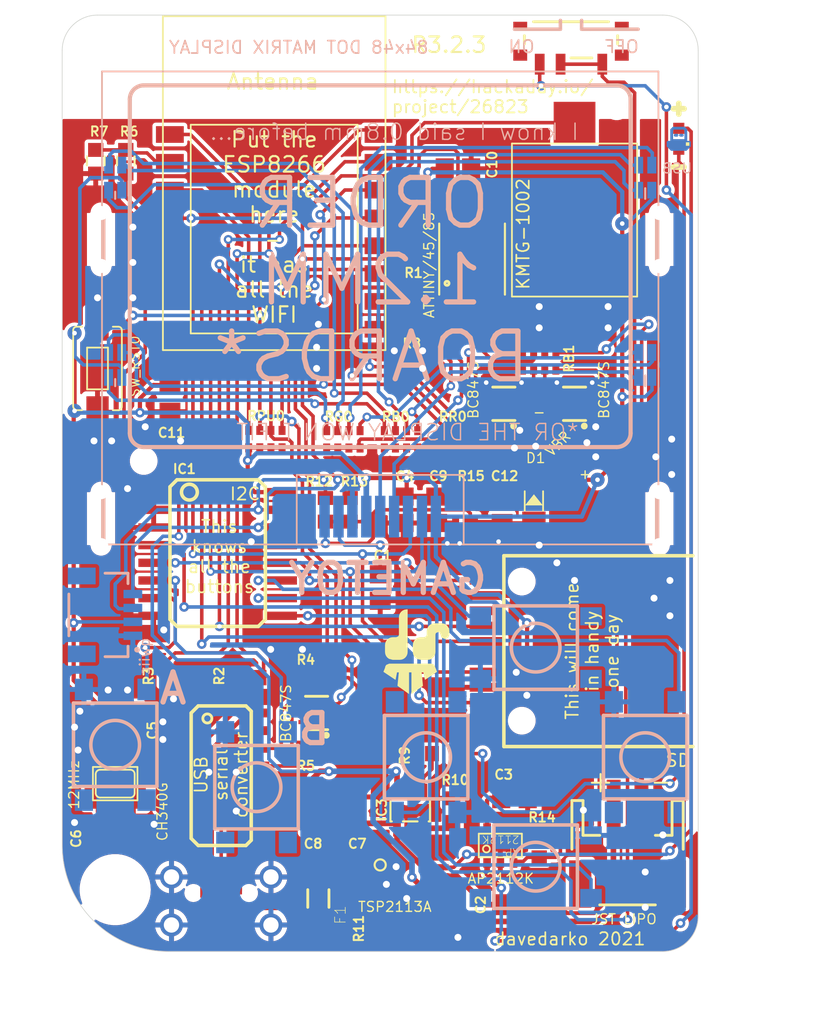
<source format=kicad_pcb>
(kicad_pcb (version 20240108) (generator "pcbnew") (generator_version "8.0")
  (layers (0 "F.Cu" signal) (31 "B.Cu" signal) (34 "B.Paste" user) (35 "F.Paste" user) (36 "B.SilkS" user "B.Silkscreen") (37 "F.SilkS" user "F.Silkscreen") (38 "B.Mask" user) (39 "F.Mask" user) (44 "Edge.Cuts" user))
  (net 0 "")
  (net 1 "GND")
  (net 2 "VCC")
  (net 3 "N$8")
  (net 4 "ESP_MOSI")
  (net 5 "ESP_SCKL")
  (net 6 "BLUE_LED")
  (net 7 "GREEN_LED")
  (net 8 "RED_LED")
  (net 9 "N$4")
  (net 10 "N$5")
  (net 11 "N$6")
  (net 12 "N$7")
  (net 13 "N$9")
  (net 14 "N$10")
  (net 15 "L3_B")
  (net 16 "L2_R")
  (net 17 "L4_G")
  (net 18 "RST_ESP")
  (net 19 "ADC")
  (net 20 "ESP_MISO")
  (net 21 "GPIO15/LCD_CS")
  (net 22 "SCL")
  (net 23 "RX_ESP")
  (net 24 "TX_ESP")
  (net 25 "AVR_RST")
  (net 26 "C_GRN")
  (net 27 "MISO")
  (net 28 "C_RED")
  (net 29 "DP")
  (net 30 "DM")
  (net 31 "VBUS")
  (net 32 "BTN_A")
  (net 33 "BTN_LEFT")
  (net 34 "BTN_DWN")
  (net 35 "BTN_RIGHT")
  (net 36 "BTN_UP")
  (net 37 "BTN_B")
  (net 38 "N$17")
  (net 39 "N$24")
  (net 40 "N$26")
  (net 41 "N$27")
  (net 42 "N$25")
  (net 43 "N$28")
  (net 44 "DTR")
  (net 45 "RTS")
  (net 46 "VBAT")
  (net 47 "EN_ESP")
  (net 48 "VUSB")
  (net 49 "N$12")
  (net 50 "N$15")
  (net 51 "N$21")
  (net 52 "N$20")
  (net 53 "VREG_IN")
  (net 54 "VREG_EN")
  (net 55 "N$11")
  (net 56 "N$13")
  (net 57 "N$18")
  (net 58 "N$19")
  (net 59 "RED")
  (net 60 "GRN")
  (net 61 "BLU")
  (net 62 "BTN_C")
  (net 63 "SD_IN")
  (net 64 "N$1")
  (net 65 "N$2")
  (net 66 "N$3")
  (net 67 "LCD_RST")
  (net 68 "N$16")
  (net 69 "SDA")
  (net 70 "GPIO0")
  (net 71 "GPIO16/LCD_DC")
  (net 72 "GPIO2/SD_CS")
  (footprint "" (layer "F.Cu") (at 169.0751 73.6346)
    (property "Reference" "@HOLE2" (hide yes))
    (property "Value" "")
  )
  (footprint "LAMEBOY:USB-AB-MICRO-SMD_SLOT" (layer "F.Cu") (at 137.0711 136.7536 90)
    (property "Reference" "JP1" (hide yes))
    (property "Value" "USB_MICROB_PLUG-IDK" (hide yes))
  )
  (footprint "LAMEBOY:SOT363" (layer "F.Cu") (at 162.4711 99.2886 90)
    (property "Reference" "U$7" (hide yes))
    (property "Value" "BC847S" (hide yes))
  )
  (footprint "LAMEBOY:AP2112" (layer "F.Cu") (at 157.1371 131.0386 180)
    (property "Reference" "U$9" (hide yes))
    (property "Value" "AP2112KAP2112K" (hide yes))
  )
  (footprint "" (layer "F.Cu") (at 129.4511 134.2136)
    (property "Reference" "@HOLE0" (hide yes))
    (property "Value" "")
  )
  (footprint "LAMEBOY:R0603" (layer "F.Cu") (at 159.9311 131.0386 90)
    (property "Reference" "R14")
    (property "Value" "10k")
  )
  (footprint "LAMEBOY:JST-2-SMD" (layer "F.Cu") (at 166.2811 132.3086 180)
    (property "Reference" "J1" (hide yes))
    (property "Value" "")
  )
  (footprint "LAMEBOY:0603-ARC" (layer "F.Cu") (at 159.9311 96.2406)
    (property "Reference" "RB1")
    (property "Value" "10k")
  )
  (footprint "LAMEBOY:0603-ARC" (layer "F.Cu") (at 145.8531 101.8426 180)
    (property "Reference" "RG0")
    (property "Value" "150")
  )
  (footprint "LAMEBOY:C0805" (layer "F.Cu") (at 143.6751 128.4986 -90)
    (property "Reference" "C8")
    (property "Value" "4.7uF")
  )
  (footprint "LAMEBOY:R0603" (layer "F.Cu") (at 144.5641 106.9086 90)
    (property "Reference" "R12")
    (property "Value" "10k")
  )
  (footprint "LAMEBOY:0603-ARC" (layer "F.Cu") (at 154.1551 101.8426 180)
    (property "Reference" "RR0")
    (property "Value" "100")
  )
  (footprint "LAMEBOY:B1,27" (layer "F.Cu") (at 160.1851 100.8126)
    (property "Reference" "TP2" (hide yes))
    (property "Value" "PTR1B1,27" (hide yes))
  )
  (footprint "LAMEBOY:MICRO-SD-SOCKET-EBAY" (layer "F.Cu") (at 161.2011 117.0686 -90)
    (property "Reference" "U1" (hide yes))
    (property "Value" "USD-SOCKETMICROSDEBAY" (hide yes))
  )
  (footprint "LAMEBOY:SOT363" (layer "F.Cu") (at 157.3911 99.2886 90)
    (property "Reference" "U$6" (hide yes))
    (property "Value" "BC847S" (hide yes))
  )
  (footprint "LAMEBOY:B1,27" (layer "F.Cu") (at 162.2171 103.4796)
    (property "Reference" "TP3" (hide yes))
    (property "Value" "PTR1B1,27" (hide yes))
  )
  (footprint "LAMEBOY:R0603" (layer "F.Cu") (at 138.9761 118.9736 180)
    (property "Reference" "R2")
    (property "Value" "470")
  )
  (footprint "LAMEBOY:R0603" (layer "F.Cu") (at 149.7711 136.9441 180)
    (property "Reference" "R11")
    (property "Value" "470")
  )
  (footprint "LAMEBOY:CHIPLED_0603_CHARLIE" (layer "F.Cu") (at 169.9641 80.2386 180)
    (property "Reference" "CHARGE0" (hide yes))
    (property "Value" "")
  )
  (footprint "LAMEBOY:R0603" (layer "F.Cu") (at 150.6601 92.9386 -90)
    (property "Reference" "R8")
    (property "Value" "10k")
  )
  (footprint "LAMEBOY:SO16W" (layer "F.Cu") (at 136.8171 110.0836 -90)
    (property "Reference" "IC1")
    (property "Value" "PCF8574T")
  )
  (footprint "LAMEBOY:R0603" (layer "F.Cu") (at 154.9781 106.9086 -90)
    (property "Reference" "R15")
    (property "Value" "4k7")
  )
  (footprint "LAMEBOY:R0603" (layer "F.Cu") (at 150.6601 87.7316 90)
    (property "Reference" "R1")
    (property "Value" "10k")
  )
  (footprint "LAMEBOY:TACTILE-SWITCH-1101NE" (layer "F.Cu") (at 128.1811 96.7486 -90)
    (property "Reference" "SW_RST0")
    (property "Value" "" (hide yes))
  )
  (footprint "LAMEBOY:TEXAS-PW" (layer "F.Cu") (at 149.7711 133.5786)
    (property "Reference" "U$4" (hide yes))
    (property "Value" "TPS2113-PW" (hide yes))
  )
  (footprint "LAMEBOY:SOIC16" (layer "F.Cu") (at 137.0711 125.9586 -90)
    (property "Reference" "CH340G0" (hide yes))
    (property "Value" "CH340GCH340G" (hide yes))
  )
  (footprint "LAMEBOY:R0603" (layer "F.Cu") (at 128.0541 81.8896 90)
    (property "Reference" "R7")
    (property "Value" "100k")
  )
  (footprint "LAMEBOY:C0805" (layer "F.Cu") (at 129.4511 122.7836)
    (property "Reference" "C5")
    (property "Value" "22pF")
  )
  (footprint "LAMEBOY:SOT363" (layer "F.Cu") (at 143.9291 121.5136 90)
    (property "Reference" "U$3" (hide yes))
    (property "Value" "BC847S" (hide yes))
  )
  (footprint "LAMEBOY:R0603" (layer "F.Cu") (at 153.7081 128.4986 -90)
    (property "Reference" "R10")
    (property "Value" "2k")
  )
  (footprint "LAMEBOY:C0805" (layer "F.Cu") (at 154.0891 82.3976 180)
    (property "Reference" "C10")
    (property "Value" "100nF")
  )
  (footprint "LAMEBOY:KMTG-1102" (layer "F.Cu") (at 162.4711 86.0806 90)
    (property "Reference" "U$5" (hide yes))
    (property "Value" "SPEAKERKMTG-1102" (hide yes))
  )
  (footprint "LAMEBOY:C0805" (layer "F.Cu") (at 148.5011 112.4966 -90)
    (property "Reference" "C1")
    (property "Value" "1uF")
  )
  (footprint "LAMEBOY:C0805" (layer "F.Cu") (at 150.1521 106.9086 -90)
    (property "Reference" "C4")
    (property "Value" "1uF")
  )
  (footprint "LAMEBOY:R0603" (layer "F.Cu") (at 143.9291 118.9736)
    (property "Reference" "R4")
    (property "Value" "4k7")
  )
  (footprint "" (layer "F.Cu") (at 127.9271 73.6346)
    (property "Reference" "@HOLE1" (hide yes))
    (property "Value" "")
  )
  (footprint "LAMEBOY:0603-ARC" (layer "F.Cu") (at 149.9971 101.8426 180)
    (property "Reference" "RB0")
    (property "Value" "150")
  )
  (footprint "LAMEBOY:C0805" (layer "F.Cu") (at 158.1531 127.6096)
    (property "Reference" "C3")
    (property "Value" "1uF")
  )
  (footprint "LAMEBOY:R0603" (layer "F.Cu") (at 143.8021 124.0536 180)
    (property "Reference" "R5")
    (property "Value" "4k7")
  )
  (footprint "LAMEBOY:LL-34" (layer "F.Cu") (at 159.5501 106.2736 90)
    (property "Reference" "D1")
    (property "Value" "")
  )
  (footprint "LAMEBOY:C0805" (layer "F.Cu") (at 158.1531 135.2931)
    (property "Reference" "C2")
    (property "Value" "1uF")
  )
  (footprint "LAMEBOY:SOT23-5L" (layer "F.Cu") (at 150.6601 128.4986 180)
    (property "Reference" "IC3")
    (property "Value" "MCP73831")
  )
  (footprint "LAMEBOY:C0805" (layer "F.Cu") (at 152.5651 106.9086 90)
    (property "Reference" "C9")
    (property "Value" "100nF")
  )
  (footprint "LAMEBOY:PTC-1206" (layer "F.Cu") (at 144.0561 134.8486 90)
    (property "Reference" "F1")
    (property "Value" "PTCSMD" (hide yes))
  )
  (footprint "LAMEBOY:SWITCH-SPST-SMD-A" (layer "F.Cu") (at 162.2171 73.1266)
    (property "Reference" "S2" (hide yes))
    (property "Value" "PWR")
  )
  (footprint "LAMEBOY:NX3225_BIGGER" (layer "F.Cu") (at 129.4511 126.5936 180)
    (property "Reference" "Q1" (hide yes))
    (property "Value" "12MHz" (hide yes))
  )
  (footprint "LAMEBOY:DAVEDARKO2_LOGO" (layer "F.Cu") (at 150.6601 117.8306)
    (property "Reference" "U$11" (hide yes))
    (property "Value" "" (hide yes))
  )
  (footprint "LAMEBOY:C0805" (layer "F.Cu") (at 129.4511 130.4036)
    (property "Reference" "C6")
    (property "Value" "22pF")
  )
  (footprint "LAMEBOY:R0603" (layer "F.Cu") (at 134.0231 118.9736)
    (property "Reference" "R3")
    (property "Value" "470")
  )
  (footprint "LAMEBOY:ESP-12" (layer "F.Cu") (at 140.8811 84.4296)
    (property "Reference" "X1" (hide yes))
    (property "Value" "")
  )
  (footprint "LAMEBOY:C0805" (layer "F.Cu") (at 146.7231 128.4986 -90)
    (property "Reference" "C7")
    (property "Value" "4.7uF")
  )
  (footprint "LAMEBOY:R0603" (layer "F.Cu") (at 153.0731 124.4346 180)
    (property "Reference" "R9")
    (property "Value" "470")
  )
  (footprint "LAMEBOY:R0603" (layer "F.Cu") (at 130.2131 81.8896 -90)
    (property "Reference" "R6")
    (property "Value" "330k")
  )
  (footprint "LAMEBOY:C0805" (layer "F.Cu") (at 157.2641 106.9086 90)
    (property "Reference" "C12")
    (property "Value" "4.7uF")
  )
  (footprint "LAMEBOY:0603-ARC" (layer "F.Cu") (at 140.2461 101.8286)
    (property "Reference" "RPU0")
    (property "Value" "10k")
  )
  (footprint "LAMEBOY:SO08-EIAJ" (layer "F.Cu") (at 155.1051 88.8746)
    (property "Reference" "U$2" (hide yes))
    (property "Value" "ATTINY13SO08-WIDE" (hide yes))
  )
  (footprint "LAMEBOY:C0805" (layer "F.Cu") (at 133.3881 98.9076 90)
    (property "Reference" "C11")
    (property "Value" "100nF")
  )
  (footprint "LAMEBOY:R0603" (layer "F.Cu") (at 146.3421 106.9086 90)
    (property "Reference" "R13")
    (property "Value" "10k")
  )
  (footprint "LAMEBOY:TACTILE_SWITCH_TALL" (layer "B.Cu") (at 151.8031 124.6886 -90)
    (property "Reference" "S7" (hide yes))
    (property "Value" "SWITCH-MOMENTARY-2SMD-4" (hide yes))
  )
  (footprint "LAMEBOY:LPH-7366-SLOTS" (layer "B.Cu") (at 148.502018 90.3994)
    (property "Reference" "U$1" (hide yes))
    (property "Value" "LPH-7366-SLOTS" (hide yes))
  )
  (footprint "LAMEBOY:DAVEDARKO_GOLD" (layer "B.Cu") (at 159.6771 125.8316 180)
    (property "Reference" "U$13" (hide yes))
    (property "Value" "" (hide yes))
  )
  (footprint "LAMEBOY:JST04_1MM_RA" (layer "B.Cu") (at 130.7211 114.4651 90)
    (property "Reference" "J2" (hide yes))
    (property "Value" "QWIIC_RIGHT_ANGLE" (hide yes))
  )
  (footprint "LAMEBOY:GM1WA55311A" (layer "B.Cu") (at 167.552018 83.0334)
    (property "Reference" "LED2" (hide yes))
    (property "Value" "GM1WA55311A" (hide yes))
  )
  (footprint "LAMEBOY:GM1WA55311A" (layer "B.Cu") (at 129.452018 96.4954)
    (property "Reference" "LED4" (hide yes))
    (property "Value" "GM1WA55311A" (hide yes))
  )
  (footprint "LAMEBOY:GM1WA55311A" (layer "B.Cu") (at 129.452018 83.0334)
    (property "Reference" "LED3" (hide yes))
    (property "Value" "GM1WA55311A" (hide yes))
  )
  (footprint "LAMEBOY:TACTILE_SWITCH_TALL" (layer "B.Cu") (at 129.4511 123.7996 90)
    (property "Reference" "S3" (hide yes))
    (property "Value" "SWITCH-MOMENTARY-2SMD-4" (hide yes))
  )
  (footprint "LAMEBOY:TACTILE_SWITCH_TALL" (layer "B.Cu") (at 159.6771 116.8146 180)
    (property "Reference" "S8" (hide yes))
    (property "Value" "SWITCH-MOMENTARY-2SMD-4" (hide yes))
  )
  (footprint "LAMEBOY:TACTILE_SWITCH_TALL" (layer "B.Cu") (at 167.5511 124.6886 90)
    (property "Reference" "S5" (hide yes))
    (property "Value" "SWITCH-MOMENTARY-2SMD-4" (hide yes))
  )
  (footprint "LAMEBOY:GM1WA55311A" (layer "B.Cu") (at 167.552018 96.4954)
    (property "Reference" "LED1" (hide yes))
    (property "Value" "GM1WA55311A" (hide yes))
  )
  (footprint "LAMEBOY:TACTILE_SWITCH_TALL" (layer "B.Cu") (at 139.6111 126.8476 90)
    (property "Reference" "S4" (hide yes))
    (property "Value" "SWITCH-MOMENTARY-2SMD-4" (hide yes))
  )
  (footprint "LAMEBOY:TACTILE_SWITCH_TALL" (layer "B.Cu") (at 159.6771 132.5626)
    (property "Reference" "S6" (hide yes))
    (property "Value" "SWITCH-MOMENTARY-2SMD-4" (hide yes))
  )
  (gr_line (start 161.4551 72.3646) (end 158.1531 72.3646) (stroke (width 0.254)) (layer "B.SilkS"))
  (gr_line (start 167.5511 98.0186) (end 167.5511 97.2566) (stroke (width 0.1524)) (layer "B.SilkS"))
  (gr_line (start 161.4551 71.7296) (end 161.4551 72.3646) (stroke (width 0.254)) (layer "B.SilkS"))
  (gr_line (start 129.4511 84.0486) (end 129.4511 84.5566) (stroke (width 0.1524)) (layer "B.SilkS"))
  (gr_line (start 129.4511 98.0186) (end 129.4511 97.5106) (stroke (width 0.1524)) (layer "B.SilkS"))
  (gr_line (start 162.9791 72.3646) (end 167.0431 72.3646) (stroke (width 0.254)) (layer "B.SilkS"))
  (gr_line (start 167.5511 84.5566) (end 167.5511 83.7946) (stroke (width 0.1524)) (layer "B.SilkS"))
  (gr_line (start 162.9791 71.7296) (end 162.9791 72.3646) (stroke (width 0.254)) (layer "B.SilkS"))
  (gr_line (start 134.9121 121.5136) (end 134.9121 130.5306) (stroke (width 0.254)) (layer "F.SilkS"))
  (gr_line (start 139.7381 104.7496) (end 140.2461 105.2576) (stroke (width 0.254)) (layer "F.SilkS"))
  (gr_line (start 139.2301 121.3866) (end 138.8491 121.0056) (stroke (width 0.254)) (layer "F.SilkS"))
  (gr_line (start 133.3881 114.7826) (end 133.3881 105.2576) (stroke (width 0.254)) (layer "F.SilkS"))
  (gr_line (start 128.6891 81.5086) (end 128.6891 82.1436) (stroke (width 0.1524)) (layer "F.SilkS"))
  (gr_line (start 169.5831 78.0796) (end 170.3451 78.0796) (stroke (width 0.4064)) (layer "F.SilkS"))
  (gr_line (start 140.2461 114.7826) (end 139.7381 115.2906) (stroke (width 0.254)) (layer "F.SilkS"))
  (gr_line (start 169.5831 82.2706) (end 170.3451 82.2706) (stroke (width 0.4064)) (layer "F.SilkS"))
  (gr_line (start 138.8491 121.0056) (end 135.4201 121.0056) (stroke (width 0.254)) (layer "F.SilkS"))
  (gr_line (start 134.9121 130.5306) (end 135.4201 131.0386) (stroke (width 0.254)) (layer "F.SilkS"))
  (gr_line (start 157.3911 123.9266) (end 170.9801 123.9266) (stroke (width 0.254)) (layer "F.SilkS"))
  (gr_line (start 139.2301 130.6576) (end 139.2301 121.3866) (stroke (width 0.254)) (layer "F.SilkS"))
  (gr_line (start 135.4201 131.0386) (end 138.8491 131.0386) (stroke (width 0.254)) (layer "F.SilkS"))
  (gr_circle (center 134.7851 105.6386) (end 135.353059 105.6386) (stroke (width 0.254)) (fill none) (layer "F.SilkS"))
  (gr_line (start 133.8961 104.7496) (end 139.7381 104.7496) (stroke (width 0.254)) (layer "F.SilkS"))
  (gr_line (start 138.8491 131.0386) (end 139.2301 130.6576) (stroke (width 0.254)) (layer "F.SilkS"))
  (gr_line (start 133.8961 115.2906) (end 133.3881 114.7826) (stroke (width 0.254)) (layer "F.SilkS"))
  (gr_line (start 140.2461 105.2576) (end 140.2461 114.7826) (stroke (width 0.254)) (layer "F.SilkS"))
  (gr_line (start 135.4201 121.0056) (end 134.9121 121.5136) (stroke (width 0.254)) (layer "F.SilkS"))
  (gr_circle (center 148.5011 132.4356) (end 148.902706 132.4356) (stroke (width 0.1524)) (fill none) (layer "F.SilkS"))
  (gr_line (start 127.4191 81.5086) (end 127.4191 82.1436) (stroke (width 0.1524)) (layer "F.SilkS"))
  (gr_line (start 130.8481 81.5086) (end 130.8481 82.1436) (stroke (width 0.1524)) (layer "F.SilkS"))
  (gr_line (start 129.5781 81.5086) (end 129.5781 82.1436) (stroke (width 0.1524)) (layer "F.SilkS"))
  (gr_line (start 139.7381 115.2906) (end 133.8961 115.2906) (stroke (width 0.254)) (layer "F.SilkS"))
  (gr_line (start 157.3911 110.2106) (end 170.9801 110.2106) (stroke (width 0.254)) (layer "F.SilkS"))
  (gr_line (start 169.9641 77.6986) (end 169.9641 78.4606) (stroke (width 0.4064)) (layer "F.SilkS"))
  (gr_line (start 157.3911 110.2106) (end 157.3911 123.9266) (stroke (width 0.254)) (layer "F.SilkS"))
  (gr_line (start 133.3881 105.2576) (end 133.8961 104.7496) (stroke (width 0.254)) (layer "F.SilkS"))
  (gr_line (start 171.3611 136.1186) (end 171.3611 73.8886) (stroke (width 0.05)) (layer "Edge.Cuts"))
  (gr_arc (start 168.8211 71.3486) (mid 170.617151 72.092549) (end 171.3611 73.8886) (stroke (width 0.05)) (layer "Edge.Cuts"))
  (gr_arc (start 133.2611 138.6586) (mid 127.872946 136.426754) (end 125.6411 131.0386) (stroke (width 0.05)) (layer "Edge.Cuts"))
  (gr_line (start 133.2611 138.6586) (end 168.8211 138.6586) (stroke (width 0.05)) (layer "Edge.Cuts"))
  (gr_arc (start 171.3611 136.1186) (mid 170.617151 137.914651) (end 168.8211 138.6586) (stroke (width 0.05)) (layer "Edge.Cuts"))
  (gr_line (start 168.8211 71.3486) (end 128.1811 71.3486) (stroke (width 0.05)) (layer "Edge.Cuts"))
  (gr_line (start 125.6411 73.8886) (end 125.6411 131.0386) (stroke (width 0.05)) (layer "Edge.Cuts"))
  (gr_arc (start 125.6411 73.8886) (mid 126.385049 72.092549) (end 128.1811 71.3486) (stroke (width 0.05)) (layer "Edge.Cuts"))
  (gr_text "84x48 DOT MATRIX DISPLAY" (at 152.0491 74.1906 0) (layer "B.SilkS") (effects (font (size 0.89408 0.89408) (thickness 0.12192)) (justify left bottom mirror)))
  (gr_text "OFF" (at 167.1701 74.1426 0) (layer "B.SilkS") (effects (font (size 0.89408 0.89408) (thickness 0.12192)) (justify left bottom mirror)))
  (gr_text "B" (at 145.0721 123.9266 0) (layer "B.SilkS") (effects (font (size 2.159 2.159) (thickness 0.381)) (justify left bottom mirror)))
  (gr_text "USB" (at 170.9801 82.7786 0) (layer "B.SilkS") (effects (font (size 0.715264 0.715264) (thickness 0.097536)) (justify left bottom mirror)))
  (gr_text "ON" (at 159.6771 74.1426 0) (layer "B.SilkS") (effects (font (size 0.89408 0.89408) (thickness 0.12192)) (justify left bottom mirror)))
  (gr_text "qwiic" (at 131.9911 116.0526 90) (layer "B.SilkS") (effects (font (size 0.715264 0.715264) (thickness 0.097536)) (justify left bottom mirror)))
  (gr_text "A" (at 134.7851 121.0056 0) (layer "B.SilkS") (effects (font (size 2.159 2.159) (thickness 0.381)) (justify left bottom mirror)))
  (gr_text "ORDER\n1.2MM\nBOARDS*" (at 147.8661 90.3986 0) (layer "B.SilkS") (effects (font (size 3.429 3.429) (thickness 0.381)) (justify mirror)))
  (gr_text "*OR THE DISPLAY WON'T FIT" (at 162.8521 102.0191 0) (layer "B.SilkS") (effects (font (size 1.1684 1.1684) (thickness 0.1016)) (justify left bottom mirror)))
  (gr_text "I know I said 0.8mm before..." (at 162.8521 80.4291 0) (layer "B.SilkS") (effects (font (size 1.1684 1.1684) (thickness 0.1016)) (justify left bottom mirror)))
  (gr_text "GAMETOY" (at 156.3751 113.1316 0) (layer "B.SilkS") (effects (font (size 2.159 2.159) (thickness 0.381)) (justify left bottom mirror)))
  (gr_text "This\nknows\nall the\nbuttons" (at 136.9441 110.2741 0) (layer "F.SilkS") (effects (font (size 0.89408 0.89408) (thickness 0.12192))))
  (gr_text "davedarko 2021" (at 156.6291 138.2776 0) (layer "F.SilkS") (effects (font (size 0.89408 0.89408) (thickness 0.12192)) (justify left bottom)))
  (gr_text "AP2112K" (at 154.7241 133.8326 0) (layer "F.SilkS") (effects (font (size 0.715264 0.715264) (thickness 0.097536)) (justify left bottom)))
  (gr_text "BC847S" (at 142.1511 123.6726 90) (layer "F.SilkS") (effects (font (size 0.715264 0.715264) (thickness 0.097536)) (justify left bottom)))
  (gr_text "CH340G" (at 133.2611 130.7846 90) (layer "F.SilkS") (effects (font (size 0.715264 0.715264) (thickness 0.097536)) (justify left bottom)))
  (gr_text "JST LIPO" (at 163.6141 136.7536 0) (layer "F.SilkS") (effects (font (size 0.715264 0.715264) (thickness 0.097536)) (justify left bottom)))
  (gr_text "TSP2113A" (at 146.8501 135.8646 0) (layer "F.SilkS") (effects (font (size 0.715264 0.715264) (thickness 0.097536)) (justify left bottom)))
  (gr_text "This will come\nin handy\none day" (at 163.7411 117.0686 90) (layer "F.SilkS") (effects (font (size 0.89408 0.89408) (thickness 0.12192))))
  (gr_text "BC847S" (at 155.6131 100.4316 90) (layer "F.SilkS") (effects (font (size 0.715264 0.715264) (thickness 0.097536)) (justify left bottom)))
  (gr_text "Put the\nESP8266\nmodule\nhere\n - \nit has\nall the\nWIFI" (at 140.8811 86.5886 0) (layer "F.SilkS") (effects (font (size 1.1176 1.1176) (thickness 0.1524))))
  (gr_text "USB\nserial\nconverter" (at 137.0711 125.9586 90) (layer "F.SilkS") (effects (font (size 0.89408 0.89408) (thickness 0.12192))))
  (gr_text "VBR" (at 160.8201 103.2256 45) (layer "F.SilkS") (effects (font (size 0.715264 0.715264) (thickness 0.097536)) (justify left bottom)))
  (gr_text "R3.2.3" (at 150.6601 74.1426 0) (layer "F.SilkS") (effects (font (size 1.1176 1.1176) (thickness 0.1524)) (justify left bottom)))
  (gr_text "12MHz" (at 126.9111 128.4986 90) (layer "F.SilkS") (effects (font (size 0.715264 0.715264) (thickness 0.097536)) (justify left bottom)))
  (gr_text "BC847S" (at 165.0111 100.4316 90) (layer "F.SilkS") (effects (font (size 0.715264 0.715264) (thickness 0.097536)) (justify left bottom)))
  (gr_text "ATTINY/45/85" (at 152.4381 93.1926 90) (layer "F.SilkS") (effects (font (size 0.715264 0.715264) (thickness 0.097536)) (justify left bottom)))
  (gr_text "I2C" (at 138.7856 105.7656 0) (layer "F.SilkS") (effects (font (size 0.89408 0.89408) (thickness 0.12192))))
  (gr_text "https://hackaday.io/\nproject/26823" (at 149.2631 78.4606 0) (layer "F.SilkS") (effects (font (size 0.89408 0.89408) (thickness 0.12192)) (justify left bottom)))
  (gr_text "SD" (at 168.9481 125.4506 0) (layer "F.SilkS") (effects (font (size 0.89408 0.89408) (thickness 0.12192)) (justify left bottom)))
  (gr_text "+" (at 162.7251 104.7496 0) (layer "F.SilkS") (effects (font (size 0.715264 0.715264) (thickness 0.097536)) (justify left bottom)))
  (gr_text "+  -" (at 163.2331 127.3556 0) (layer "F.SilkS") (effects (font (size 1.63576 1.63576) (thickness 0.14224)) (justify left bottom)))
  (gr_text "-" (at 159.4231 100.3046 0) (layer "F.SilkS") (effects (font (size 0.715264 0.715264) (thickness 0.097536)) (justify left bottom)))
  (segment (start 151.2951 134.5946) (end 152.6301 134.5946) (width 0.254) (layer "F.Cu") (net 1))
  (segment (start 146.2226 133.2536) (end 146.2151 133.2611) (width 0.254) (layer "F.Cu") (net 1))
  (segment (start 145.80235 133.92785) (end 148.02485 133.92785) (width 0.4064) (layer "F.Cu") (net 1))
  (segment (start 138.3711 133.5536) (end 138.3711 133.3036) (width 0.254) (layer "F.Cu") (net 1))
  (segment (start 138.3711 133.3036) (end 138.3711 133.5786) (width 0.3048) (layer "F.Cu") (net 1))
  (segment (start 146.8711 133.2536) (end 146.2226 133.2536) (width 0.254) (layer "F.Cu") (net 1))
  (segment (start 138.3711 133.3036) (end 140.6461 133.3036) (width 0.3048) (layer "F.Cu") (net 1))
  (segment (start 148.4376 133.2611) (end 148.7551 133.5786) (width 0.254) (layer "F.Cu") (net 1))
  (segment (start 151.00935 134.56285) (end 153.23185 134.56285) (width 0.4064) (layer "F.Cu") (net 1))
  (segment (start 150.6211 136.9441) (end 150.9461 134.9436) (width 0.254) (layer "F.Cu") (net 1))
  (segment (start 148.40585 133.92785) (end 148.7551 133.5786) (width 0.254) (layer "F.Cu") (net 1))
  (segment (start 146.2151 133.2611) (end 148.0566 133.2611) (width 0.4064) (layer "F.Cu") (net 1))
  (segment (start 148.02485 133.92785) (end 148.40585 133.92785) (width 0.254) (layer "F.Cu") (net 1))
  (segment (start 145.8341 133.2611) (end 146.2151 133.2611) (width 0.4064) (layer "F.Cu") (net 1))
  (segment (start 138.3411 132.0546) (end 138.3411 133.5786) (width 0.3048) (layer "F.Cu") (net 1))
  (segment (start 157.7726 113.0686) (end 158.5976 113.8936) (width 0.254) (layer "F.Cu") (net 1))
  (segment (start 148.7551 133.5786) (end 148.3741 133.5786) (width 0.254) (layer "F.Cu") (net 1))
  (segment (start 138.3711 133.5786) (end 138.3411 133.5786) (width 0.3048) (layer "F.Cu") (net 1))
  (segment (start 150.9461 134.9436) (end 151.2951 134.5946) (width 0.254) (layer "F.Cu") (net 1))
  (segment (start 156.2011 113.0686) (end 157.7726 113.0686) (width 0.254) (layer "F.Cu") (net 1))
  (segment (start 148.0566 133.2611) (end 148.4376 133.2611) (width 0.254) (layer "F.Cu") (net 1))
  (segment (start 148.3741 133.5786) (end 148.02485 133.92785) (width 0.254) (layer "F.Cu") (net 1))
  (segment (start 152.6301 134.5946) (end 152.6711 134.5536) (width 0.254) (layer "F.Cu") (net 1))
  (via (at 130.7211 91.6686) (size 0.8556) (drill 0.5) (layers "F.Cu" "B.Cu") (net 1))
  (via (at 158.6611 97.7646) (size 0.6858) (drill 0.3302) (layers "F.Cu" "B.Cu") (net 1))
  (via (at 126.5301 129.3876) (size 0.8556) (drill 0.5) (layers "F.Cu" "B.Cu") (net 1))
  (via (at 138.1506 125.7681) (size 0.8556) (drill 0.5) (layers "F.Cu" "B.Cu") (net 1))
  (via (at 132.2451 129.5146) (size 0.8556) (drill 0.5) (layers "F.Cu" "B.Cu") (net 1))
  (via (at 157.0101 109.1946) (size 0.6858) (drill 0.3302) (layers "F.Cu" "B.Cu") (net 1))
  (via (at 149.6441 132.5626) (size 0.8556) (drill 0.5) (layers "F.Cu" "B.Cu") (net 1))
  (via (at 126.9111 121.3866) (size 0.8556) (drill 0.5) (layers "F.Cu" "B.Cu") (net 1))
  (via (at 168.8211 130.2766) (size 0.8556) (drill 0.5) (layers "F.Cu" "B.Cu") (net 1))
  (via (at 143.9291 96.7486) (size 0.8556) (drill 0.5) (layers "F.Cu" "B.Cu") (net 1))
  (via (at 130.3401 105.3846) (size 0.8556) (drill 0.5) (layers "F.Cu" "B.Cu") (net 1))
  (via (at 164.8841 92.3036) (size 0.8556) (drill 0.5) (layers "F.Cu" "B.Cu") (net 1))
  (via (at 158.2801 118.5926) (size 0.8556) (drill 0.5) (layers "F.Cu" "B.Cu") (net 1))
  (via (at 131.6101 100.9396) (size 0.8556) (drill 0.5) (layers "F.Cu" "B.Cu") (net 1))
  (via (at 168.1861 113.2586) (size 0.8556) (drill 0.5) (layers "F.Cu" "B.Cu") (net 1))
  (via (at 158.1531 102.4636) (size 0.8556) (drill 0.5) (layers "F.Cu" "B.Cu") (net 1))
  (via (at 168.3131 103.0986) (size 0.8556) (drill 0.5) (layers "F.Cu" "B.Cu") (net 1))
  (via (at 151.5491 96.7486) (size 0.8556) (drill 0.5) (layers "F.Cu" "B.Cu") (net 1))
  (via (at 126.7841 124.1806) (size 0.8556) (drill 0.5) (layers "F.Cu" "B.Cu") (net 1))
  (via (at 156.1211 97.7646) (size 0.6858) (drill 0.3302) (layers "F.Cu" "B.Cu") (net 1))
  (via (at 149.5171 95.4786) (size 0.8556) (drill 0.5) (layers "F.Cu" "B.Cu") (net 1))
  (via (at 130.7211 89.1286) (size 0.8556) (drill 0.5) (layers "F.Cu" "B.Cu") (net 1))
  (via (at 128.9431 119.8626) (size 0.8556) (drill 0.5) (layers "F.Cu" "B.Cu") (net 1))
  (via (at 151.5491 95.4786) (size 0.8556) (drill 0.5) (layers "F.Cu" "B.Cu") (net 1))
  (via (at 159.9311 109.4486) (size 0.8556) (drill 0.5) (layers "F.Cu" "B.Cu") (net 1))
  (via (at 169.4561 101.8286) (size 0.8556) (drill 0.5) (layers "F.Cu" "B.Cu") (net 1))
  (via (at 138.1506 128.5621) (size 0.8556) (drill 0.5) (layers "F.Cu" "B.Cu") (net 1))
  (via (at 139.2301 109.1946) (size 0.8556) (drill 0.5) (layers "F.Cu" "B.Cu") (net 1))
  (via (at 162.4711 111.9886) (size 0.8556) (drill 0.5) (layers "F.Cu" "B.Cu") (net 1))
  (via (at 136.1821 125.7681) (size 0.8556) (drill 0.5) (layers "F.Cu" "B.Cu") (net 1))
  (via (at 159.0421 120.2436) (size 0.8556) (drill 0.5) (layers "F.Cu" "B.Cu") (net 1))
  (via (at 163.3601 102.0826) (size 0.8556) (drill 0.5) (layers "F.Cu" "B.Cu") (net 1))
  (via (at 159.6771 102.3366) (size 0.8556) (drill 0.5) (layers "F.Cu" "B.Cu") (net 1))
  (via (at 128.1811 91.6686) (size 0.8556) (drill 0.5) (layers "F.Cu" "B.Cu") (net 1))
  (via (at 132.8801 122.1486) (size 0.8556) (drill 0.5) (layers "F.Cu" "B.Cu") (net 1))
  (via (at 161.2011 110.7186) (size 0.8556) (drill 0.5) (layers "F.Cu" "B.Cu") (net 1))
  (via (at 132.8801 123.4186) (size 0.8556) (drill 0.5) (layers "F.Cu" "B.Cu") (net 1))
  (via (at 144.0561 93.5736) (size 0.8556) (drill 0.5) (layers "F.Cu" "B.Cu") (net 1))
  (via (at 130.7211 86.5886) (size 0.8556) (drill 0.5) (layers "F.Cu" "B.Cu") (net 1))
  (via (at 134.1501 101.9556) (size 0.8556) (drill 0.5) (layers "F.Cu" "B.Cu") (net 1))
  (via (at 167.5511 132.9436) (size 0.8556) (drill 0.5) (layers "F.Cu" "B.Cu") (net 1))
  (via (at 169.3291 114.5286) (size 0.8556) (drill 0.5) (layers "F.Cu" "B.Cu") (net 1))
  (via (at 143.9291 95.2246) (size 0.8556) (drill 0.5) (layers "F.Cu" "B.Cu") (net 1))
  (via (at 154.0891 137.6426) (size 0.8556) (drill 0.5) (layers "F.Cu" "B.Cu") (net 1))
  (via (at 159.9311 92.3036) (size 0.8556) (drill 0.5) (layers "F.Cu" "B.Cu") (net 1))
  (via (at 169.3291 111.9886) (size 0.8556) (drill 0.5) (layers "F.Cu" "B.Cu") (net 1))
  (via (at 142.9131 116.9416) (size 0.8556) (drill 0.5) (layers "F.Cu" "B.Cu") (net 1))
  (via (at 167.5511 135.4836) (size 0.8556) (drill 0.5) (layers "F.Cu" "B.Cu") (net 1))
  (via (at 148.9456 133.8326) (size 0.8556) (drill 0.5) (layers "F.Cu" "B.Cu") (net 1))
  (via (at 158.5341 101.1936) (size 0.8556) (drill 0.5) (layers "F.Cu" "B.Cu") (net 1))
  (via (at 129.1971 101.9556) (size 0.8556) (drill 0.5) (layers "F.Cu" "B.Cu") (net 1))
  (via (at 150.4061 134.8486) (size 0.8556) (drill 0.5) (layers "F.Cu" "B.Cu") (net 1))
  (via (at 163.7411 97.7646) (size 0.6858) (drill 0.3302) (layers "F.Cu" "B.Cu") (net 1))
  (via (at 140.6271 116.9416) (size 0.8556) (drill 0.5) (layers "F.Cu" "B.Cu") (net 1))
  (via (at 163.9951 103.0986) (size 0.8556) (drill 0.5) (layers "F.Cu" "B.Cu") (net 1))
  (via (at 130.3401 119.8626) (size 0.8556) (drill 0.5) (layers "F.Cu" "B.Cu") (net 1))
  (via (at 169.4561 104.3686) (size 0.8556) (drill 0.5) (layers "F.Cu" "B.Cu") (net 1))
  (via (at 154.2161 109.3216) (size 0.6858) (drill 0.3302) (layers "F.Cu" "B.Cu") (net 1))
  (via (at 159.9311 93.8276) (size 0.8556) (drill 0.5) (layers "F.Cu" "B.Cu") (net 1))
  (via (at 161.2011 97.7646) (size 0.6858) (drill 0.3302) (layers "F.Cu" "B.Cu") (net 1))
  (via (at 127.9271 101.9556) (size 0.8556) (drill 0.5) (layers "F.Cu" "B.Cu") (net 1))
  (via (at 153.3271 109.3216) (size 0.6858) (drill 0.3302) (layers "F.Cu" "B.Cu") (net 1))
  (via (at 163.1061 128.4986) (size 0.8556) (drill 0.5) (layers "F.Cu" "B.Cu") (net 1))
  (via (at 163.9951 100.9396) (size 0.8556) (drill 0.5) (layers "F.Cu" "B.Cu") (net 1))
  (via (at 132.9436 115.5446) (size 0.8556) (drill 0.5) (layers "F.Cu" "B.Cu") (net 1))
  (via (at 133.6421 120.4976) (size 0.8556) (drill 0.5) (layers "F.Cu" "B.Cu") (net 1))
  (via (at 164.8841 93.8276) (size 0.8556) (drill 0.5) (layers "F.Cu" "B.Cu") (net 1))
  (via (at 126.5301 122.5296) (size 0.8556) (drill 0.5) (layers "F.Cu" "B.Cu") (net 1))
  (segment (start 139.7661 121.5136) (end 138.9761 121.5136) (width 0.3048) (layer "F.Cu") (net 2))
  (segment (start 152.5651 105.9586) (end 150.1521 105.9586) (width 0.4064) (layer "F.Cu") (net 2))
  (segment (start 135.1661 125.3236) (end 138.9761 121.5136) (width 0.3048) (layer "F.Cu") (net 2))
  (segment (start 139.0461 103.2956) (end 138.9761 103.3526) (width 0.254) (layer "F.Cu") (net 2))
  (segment (start 133.1526 94.1581) (end 133.3811 93.9296) (width 0.4064) (layer "F.Cu") (net 2))
  (segment (start 165.9001 86.3346) (end 165.9001 98.7806) (width 0.3048) (layer "F.Cu") (net 2))
  (segment (start 131.9911 124.1806) (end 133.1341 125.3236) (width 0.3048) (layer "F.Cu") (net 2))
  (segment (start 138.9761 105.1306) (end 138.9761 103.3526) (width 0.3048) (layer "F.Cu") (net 2))
  (segment (start 133.3881 97.9576) (end 133.3881 93.9366) (width 0.3048) (layer "F.Cu") (net 2))
  (segment (start 160.6931 119.1006) (end 160.6931 123.1646) (width 0.3048) (layer "F.Cu") (net 2))
  (segment (start 150.1521 105.9586) (end 150.4061 105.7046) (width 0.4064) (layer "F.Cu") (net 2))
  (segment (start 153.2001 85.5218) (end 153.2001 82.5221) (width 0.254) (layer "F.Cu") (net 2))
  (segment (start 156.1871 127.7976) (end 156.3751 127.6096) (width 0.3048) (layer "F.Cu") (net 2))
  (segment (start 150.6601 86.2076) (end 151.2951 85.5726) (width 0.254) (layer "F.Cu") (net 2))
  (segment (start 151.2951 85.5726) (end 153.1493 85.5726) (width 0.254) (layer "F.Cu") (net 2))
  (segment (start 147.1431 107.7586) (end 147.4851 107.4166) (width 0.254) (layer "F.Cu") (net 2))
  (segment (start 139.8461 102.4536) (end 140.6461 102.4536) (width 0.254) (layer "F.Cu") (net 2))
  (segment (start 131.2291 120.8786) (end 131.9911 121.6406) (width 0.3048) (layer "F.Cu") (net 2))
  (segment (start 146.3421 107.7586) (end 147.1431 107.7586) (width 0.254) (layer "F.Cu") (net 2))
  (segment (start 139.4841 105.6386) (end 138.9761 105.1306) (width 0.3048) (layer "F.Cu") (net 2))
  (segment (start 131.9911 121.6406) (end 131.9911 124.1806) (width 0.3048) (layer "F.Cu") (net 2))
  (segment (start 126.4666 119.1641) (end 128.1811 120.8786) (width 0.3048) (layer "F.Cu") (net 2))
  (segment (start 126.4666 115.0366) (end 126.4666 119.1641) (width 0.3048) (layer "F.Cu") (net 2))
  (segment (start 152.5651 105.9586) (end 154.9781 106.0586) (width 0.4064) (layer "F.Cu") (net 2))
  (segment (start 150.4061 104.6226) (end 147.4851 104.6226) (width 0.3048) (layer "F.Cu") (net 2))
  (segment (start 157.2031 126.6546) (end 160.6931 123.1646) (width 0.3048) (layer "F.Cu") (net 2))
  (segment (start 139.0461 102.4536) (end 139.8461 102.4536) (width 0.254) (layer "F.Cu") (net 2))
  (segment (start 133.3881 97.9576) (end 132.2001 97.9366) (width 0.3048) (layer "F.Cu") (net 2))
  (segment (start 152.2501 82.3976) (end 153.1391 82.3976) (width 0.3048) (layer "F.Cu") (net 2))
  (segment (start 133.3881 93.9366) (end 133.3811 93.9296) (width 0.4064) (layer "F.Cu") (net 2))
  (segment (start 157.2031 127.6096) (end 157.2031 126.6546) (width 0.3048) (layer "F.Cu") (net 2))
  (segment (start 134.3761 125.3236) (end 135.1661 125.3236) (width 0.3048) (layer "F.Cu") (net 2))
  (segment (start 156.1871 129.8386) (end 156.1871 127.7976) (width 0.3048) (layer "F.Cu") (net 2))
  (segment (start 156.3751 127.6096) (end 157.2031 127.6096) (width 0.3048) (layer "F.Cu") (net 2))
  (segment (start 165.9001 98.7806) (end 165.9001 102.9716) (width 0.3048) (layer "F.Cu") (net 2))
  (segment (start 139.0461 102.4536) (end 139.0461 103.2956) (width 0.4064) (layer "F.Cu") (net 2))
  (segment (start 159.0421 115.0366) (end 159.0611 115.0556) (width 0.4064) (layer "F.Cu") (net 2))
  (segment (start 128.1811 120.8786) (end 131.2291 120.8786) (width 0.3048) (layer "F.Cu") (net 2))
  (segment (start 141.4361 102.4636) (end 141.4461 102.4536) (width 0.254) (layer "F.Cu") (net 2))
  (segment (start 165.9001 102.9716) (end 164.1221 104.7496) (width 0.3048) (layer "F.Cu") (net 2))
  (segment (start 156.2011 117.4686) (end 159.0611 117.4686) (width 0.3048) (layer "F.Cu") (net 2))
  (segment (start 133.1341 125.3236) (end 134.3761 125.3236) (width 0.3048) (layer "F.Cu") (net 2))
  (segment (start 162.2171 104.7496) (end 164.1221 104.7496) (width 0.3048) (layer "F.Cu") (net 2))
  (segment (start 144.5641 107.7586) (end 146.3421 107.7586) (width 0.254) (layer "F.Cu") (net 2))
  (segment (start 159.0611 115.0556) (end 159.0611 117.4686) (width 0.3048) (layer "F.Cu") (net 2))
  (segment (start 151.9301 82.6516) (end 152.2501 82.3976) (width 0.3048) (layer "F.Cu") (net 2))
  (segment (start 153.1493 85.5726) (end 153.2001 85.5218) (width 0.254) (layer "F.Cu") (net 2))
  (segment (start 162.2171 104.7496) (end 162.2171 103.4796) (width 0.3048) (layer "F.Cu") (net 2))
  (segment (start 126.5301 94.2086) (end 126.5301 99.7966) (width 0.3048) (layer "F.Cu") (net 2))
  (segment (start 132.2001 97.9366) (end 131.2291 98.9076) (width 0.3048) (layer "F.Cu") (net 2))
  (segment (start 141.4171 105.6386) (end 139.4841 105.6386) (width 0.3048) (layer "F.Cu") (net 2))
  (segment (start 126.4666 100.1141) (end 126.4666 115.0366) (width 0.3048) (layer "F.Cu") (net 2))
  (segment (start 159.5501 104.7496) (end 162.2171 104.7496) (width 0.3048) (layer "F.Cu") (net 2))
  (segment (start 150.6601 86.8816) (end 150.6601 86.2076) (width 0.254) (layer "F.Cu") (net 2))
  (segment (start 150.4061 105.7046) (end 150.4061 104.6226) (width 0.3048) (layer "F.Cu") (net 2))
  (segment (start 147.4851 107.4166) (end 147.4851 104.6226) (width 0.254) (layer "F.Cu") (net 2))
  (segment (start 153.2001 82.5221) (end 153.1391 82.3976) (width 0.254) (layer "F.Cu") (net 2))
  (segment (start 159.0611 117.4686) (end 160.6931 119.1006) (width 0.3048) (layer "F.Cu") (net 2))
  (segment (start 131.2291 98.9076) (end 131.2291 99.9236) (width 0.3048) (layer "F.Cu") (net 2))
  (segment (start 126.5301 99.7966) (end 126.4666 100.1141) (width 0.3048) (layer "F.Cu") (net 2))
  (segment (start 140.6461 102.4536) (end 141.4461 102.4536) (width 0.254) (layer "F.Cu") (net 2))
  (via (at 131.2291 99.9236) (size 0.6858) (drill 0.3302) (layers "F.Cu" "B.Cu") (net 2))
  (via (at 164.1221 104.7496) (size 1.016) (drill 0.3302) (layers "F.Cu" "B.Cu") (net 2))
  (via (at 126.5301 94.2086) (size 1.016) (drill 0.3302) (layers "F.Cu" "B.Cu") (net 2))
  (via (at 165.9001 86.3346) (size 1.016) (drill 0.3302) (layers "F.Cu" "B.Cu") (net 2))
  (via (at 138.9761 103.3526) (size 0.6858) (drill 0.3302) (layers "F.Cu" "B.Cu") (net 2))
  (via (at 159.0421 115.0366) (size 0.6858) (drill 0.3302) (layers "F.Cu" "B.Cu") (net 2))
  (via (at 150.4061 104.6226) (size 0.6858) (drill 0.3302) (layers "F.Cu" "B.Cu") (net 2))
  (via (at 126.5301 99.7966) (size 1.016) (drill 0.3302) (layers "F.Cu" "B.Cu") (net 2))
  (via (at 147.4851 104.6226) (size 0.6858) (drill 0.3302) (layers "F.Cu" "B.Cu") (net 2))
  (via (at 165.9001 98.7806) (size 0.6858) (drill 0.3302) (layers "F.Cu" "B.Cu") (net 2))
  (via (at 126.4666 115.0366) (size 0.6858) (drill 0.3302) (layers "F.Cu" "B.Cu") (net 2))
  (via (at 151.9301 82.6516) (size 0.6858) (drill 0.3302) (layers "F.Cu" "B.Cu") (net 2))
  (segment (start 129.927018 97.3954) (end 129.927018 96.716519) (width 0.254) (layer "B.Cu") (net 2))
  (segment (start 126.6571 99.9236) (end 126.5301 99.7966) (width 0.4064) (layer "B.Cu") (net 2))
  (segment (start 129.927018 83.254519) (end 129.7051 83.0326) (width 0.254) (layer "B.Cu") (net 2))
  (segment (start 126.9111 93.5736) (end 126.5301 94.2086) (width 0.254) (layer "B.Cu") (net 2))
  (segment (start 127.6731 83.0326) (end 126.9111 83.7946) (width 0.254) (layer "B.Cu") (net 2))
  (segment (start 155.2321 113.0046) (end 157.0101 113.0046) (width 0.3048) (layer "B.Cu") (net 2))
  (segment (start 139.6111 102.8446) (end 138.9761 103.4796) (width 0.3048) (layer "B.Cu") (net 2))
  (segment (start 147.502018 107.3994) (end 147.502018 104.512519) (width 0.4064) (layer "B.Cu") (net 2))
  (segment (start 162.9963 107.3994) (end 164.1221 104.7496) (width 0.3048) (layer "B.Cu") (net 2))
  (segment (start 157.0101 113.0046) (end 159.0421 115.0366) (width 0.3048) (layer "B.Cu") (net 2))
  (segment (start 165.9001 86.3346) (end 165.9001 84.0486) (width 0.3048) (layer "B.Cu") (net 2))
  (segment (start 129.927018 96.716519) (end 129.7051 96.4946) (width 0.254) (layer "B.Cu") (net 2))
  (segment (start 126.5301 95.8596) (end 126.5301 94.2086) (width 0.3048) (layer "B.Cu") (net 2))
  (segment (start 126.2841 114.9651) (end 126.4666 115.0366) (width 0.254) (layer "B.Cu") (net 2))
  (segment (start 129.927018 83.9334) (end 129.927018 83.254519) (width 0.254) (layer "B.Cu") (net 2))
  (segment (start 152.502018 107.3994) (end 162.9963 107.3994) (width 0.3048) (layer "B.Cu") (net 2))
  (segment (start 126.9111 83.7946) (end 126.9111 93.5736) (width 0.254) (layer "B.Cu") (net 2))
  (segment (start 145.7071 102.8446) (end 139.6111 102.8446) (width 0.3048) (layer "B.Cu") (net 2))
  (segment (start 138.2141 99.9236) (end 131.2291 99.9236) (width 0.3048) (layer "B.Cu") (net 2))
  (segment (start 151.9301 104.6226) (end 150.4061 104.6226) (width 0.3048) (layer "B.Cu") (net 2))
  (segment (start 152.502018 105.194519) (end 151.9301 104.6226) (width 0.3048) (layer "B.Cu") (net 2))
  (segment (start 147.502018 104.512519) (end 147.4851 104.6226) (width 0.4064) (layer "B.Cu") (net 2))
  (segment (start 165.9001 84.0486) (end 164.5031 82.6516) (width 0.3048) (layer "B.Cu") (net 2))
  (segment (start 168.038818 97.3836) (end 168.027018 97.3954) (width 0.254) (layer "B.Cu") (net 2))
  (segment (start 168.0591 84.5566) (end 168.0591 83.965482) (width 0.254) (layer "B.Cu") (net 2))
  (segment (start 138.9761 103.3526) (end 138.9761 100.6856) (width 0.3048) (layer "B.Cu") (net 2))
  (segment (start 164.5031 82.6516) (end 151.9301 82.6516) (width 0.3048) (layer "B.Cu") (net 2))
  (segment (start 152.502018 107.3994) (end 152.502018 105.194519) (width 0.3048) (layer "B.Cu") (net 2))
  (segment (start 129.7051 83.0326) (end 127.6731 83.0326) (width 0.254) (layer "B.Cu") (net 2))
  (segment (start 152.502018 107.3994) (end 152.502018 110.274519) (width 0.3048) (layer "B.Cu") (net 2))
  (segment (start 131.2291 99.9236) (end 126.6571 99.9236) (width 0.3048) (layer "B.Cu") (net 2))
  (segment (start 138.9761 103.4796) (end 138.9761 103.3526) (width 0.4064) (layer "B.Cu") (net 2))
  (segment (start 129.7051 96.4946) (end 127.1651 96.4946) (width 0.254) (layer "B.Cu") (net 2))
  (segment (start 166.2811 86.3346) (end 168.0591 84.5566) (width 0.254) (layer "B.Cu") (net 2))
  (segment (start 127.1651 96.4946) (end 126.5301 95.8596) (width 0.254) (layer "B.Cu") (net 2))
  (segment (start 168.0591 83.965482) (end 168.027018 83.9334) (width 0.254) (layer "B.Cu") (net 2))
  (segment (start 165.9001 86.3346) (end 166.2811 86.3346) (width 0.254) (layer "B.Cu") (net 2))
  (segment (start 168.038818 97.3836) (end 168.038818 98.292882) (width 0.254) (layer "B.Cu") (net 2))
  (segment (start 167.5511 98.7806) (end 165.9001 98.7806) (width 0.254) (layer "B.Cu") (net 2))
  (segment (start 168.038818 98.292882) (end 167.5511 98.7806) (width 0.254) (layer "B.Cu") (net 2))
  (segment (start 145.7071 102.8446) (end 147.4851 104.6226) (width 0.3048) (layer "B.Cu") (net 2))
  (segment (start 152.502018 110.274519) (end 155.2321 113.0046) (width 0.3048) (layer "B.Cu") (net 2))
  (segment (start 138.9761 100.6856) (end 138.2141 99.9236) (width 0.3048) (layer "B.Cu") (net 2))
  (segment (start 130.7211 114.9651) (end 126.2841 114.9651) (width 0.254) (layer "B.Cu") (net 2))
  (segment (start 148.5011 111.5466) (end 148.5011 109.4486) (width 0.254) (layer "F.Cu") (net 3))
  (via (at 148.5011 109.4486) (size 0.6858) (drill 0.3302) (layers "F.Cu" "B.Cu") (net 3))
  (segment (start 148.5011 109.4486) (end 145.9611 109.4486) (width 0.254) (layer "B.Cu") (net 3))
  (segment (start 145.5801 107.477482) (end 145.502018 107.3994) (width 0.254) (layer "B.Cu") (net 3))
  (segment (start 145.5801 109.0676) (end 145.5801 107.477482) (width 0.254) (layer "B.Cu") (net 3))
  (segment (start 145.9611 109.4486) (end 145.5801 109.0676) (width 0.254) (layer "B.Cu") (net 3))
  (segment (start 134.6651 91.9296) (end 135.0391 92.3036) (width 0.254) (layer "F.Cu") (net 4))
  (segment (start 133.3811 91.9296) (end 134.6651 91.9296) (width 0.254) (layer "F.Cu") (net 4))
  (segment (start 156.2011 116.3686) (end 148.6901 116.3686) (width 0.254) (layer "F.Cu") (net 4))
  (segment (start 135.0391 92.3036) (end 135.0391 110.0836) (width 0.254) (layer "F.Cu") (net 4))
  (segment (start 148.6901 116.3686) (end 147.2311 114.9096) (width 0.254) (layer "F.Cu") (net 4))
  (segment (start 147.2311 114.9096) (end 147.2311 110.0836) (width 0.254) (layer "F.Cu") (net 4))
  (via (at 135.0391 110.0836) (size 0.6096) (drill 0.3302) (layers "F.Cu" "B.Cu") (net 4))
  (via (at 147.2311 110.0836) (size 0.6858) (drill 0.3302) (layers "F.Cu" "B.Cu") (net 4))
  (segment (start 135.0391 110.0836) (end 147.2311 110.0836) (width 0.254) (layer "B.Cu") (net 4))
  (segment (start 150.6601 107.557482) (end 150.502018 107.3994) (width 0.254) (layer "B.Cu") (net 4))
  (segment (start 150.5331 107.430482) (end 150.502018 107.3994) (width 0.254) (layer "B.Cu") (net 4))
  (segment (start 150.1521 110.0836) (end 150.6601 109.5756) (width 0.254) (layer "B.Cu") (net 4))
  (segment (start 150.6601 109.5756) (end 150.6601 107.557482) (width 0.254) (layer "B.Cu") (net 4))
  (segment (start 147.2311 110.0836) (end 150.1521 110.0836) (width 0.254) (layer "B.Cu") (net 4))
  (segment (start 146.3421 115.1636) (end 146.3421 111.3536) (width 0.254) (layer "F.Cu") (net 5))
  (segment (start 149.7471 118.5686) (end 146.3421 115.1636) (width 0.254) (layer "F.Cu") (net 5))
  (segment (start 134.4751 87.9296) (end 136.3091 89.7636) (width 0.254) (layer "F.Cu") (net 5))
  (segment (start 156.2011 118.5686) (end 149.7471 118.5686) (width 0.254) (layer "F.Cu") (net 5))
  (segment (start 136.3091 89.7636) (end 136.3091 111.3536) (width 0.254) (layer "F.Cu") (net 5))
  (segment (start 133.3811 87.9296) (end 134.4751 87.9296) (width 0.254) (layer "F.Cu") (net 5))
  (via (at 136.3091 111.3536) (size 0.6096) (drill 0.3302) (layers "F.Cu" "B.Cu") (net 5))
  (via (at 146.3421 111.3536) (size 0.6858) (drill 0.3302) (layers "F.Cu" "B.Cu") (net 5))
  (segment (start 146.3421 111.3536) (end 150.9141 111.3536) (width 0.254) (layer "B.Cu") (net 5))
  (segment (start 151.502018 107.3994) (end 151.502018 110.765682) (width 0.254) (layer "B.Cu") (net 5))
  (segment (start 136.3091 111.3536) (end 146.3421 111.3536) (width 0.254) (layer "B.Cu") (net 5))
  (segment (start 150.9141 111.3536) (end 151.502018 110.765682) (width 0.254) (layer "B.Cu") (net 5))
  (segment (start 148.7971 100.5371) (end 147.5486 99.2886) (width 0.254) (layer "F.Cu") (net 6))
  (segment (start 148.7971 101.2176) (end 148.7971 100.5371) (width 0.254) (layer "F.Cu") (net 6))
  (segment (start 147.5486 99.2886) (end 143.8021 99.2886) (width 0.254) (layer "F.Cu") (net 6))
  (via (at 143.8021 99.2886) (size 0.635) (drill 0.3302) (layers "F.Cu" "B.Cu") (net 6))
  (segment (start 143.5481 99.0346) (end 143.8021 99.2886) (width 0.254) (layer "B.Cu") (net 6))
  (segment (start 129.5781 99.0346) (end 143.5481 99.0346) (width 0.254) (layer "B.Cu") (net 6))
  (segment (start 128.977018 98.433519) (end 129.5781 99.0346) (width 0.254) (layer "B.Cu") (net 6))
  (segment (start 128.977018 97.3954) (end 128.977018 98.433519) (width 0.254) (layer "B.Cu") (net 6))
  (segment (start 144.6531 100.3936) (end 144.5641 100.3046) (width 0.254) (layer "F.Cu") (net 7))
  (segment (start 144.6531 101.2176) (end 144.6531 100.3936) (width 0.254) (layer "F.Cu") (net 7))
  (via (at 144.5641 100.3046) (size 0.635) (drill 0.3302) (layers "F.Cu" "B.Cu") (net 7))
  (segment (start 130.9751 96.1136) (end 130.9751 97.7646) (width 0.254) (layer "B.Cu") (net 7))
  (segment (start 129.937218 95.6056) (end 129.927018 95.5954) (width 0.254) (layer "B.Cu") (net 7))
  (segment (start 129.937218 95.6056) (end 130.4671 95.6056) (width 0.254) (layer "B.Cu") (net 7))
  (segment (start 130.4671 95.6056) (end 130.9751 96.1136) (width 0.254) (layer "B.Cu") (net 7))
  (segment (start 130.9751 97.7646) (end 131.7371 98.5266) (width 0.254) (layer "B.Cu") (net 7))
  (segment (start 131.7371 98.5266) (end 144.0561 98.5266) (width 0.254) (layer "B.Cu") (net 7))
  (segment (start 144.0561 98.5266) (end 144.5641 99.0346) (width 0.254) (layer "B.Cu") (net 7))
  (segment (start 144.5641 99.0346) (end 144.5641 100.3046) (width 0.254) (layer "B.Cu") (net 7))
  (segment (start 152.9551 101.2176) (end 152.9551 100.8216) (width 0.254) (layer "F.Cu") (net 8))
  (segment (start 150.0251 97.8916) (end 144.4371 97.8916) (width 0.254) (layer "F.Cu") (net 8))
  (segment (start 152.9551 100.8216) (end 150.0251 97.8916) (width 0.254) (layer "F.Cu") (net 8))
  (via (at 144.4371 97.8916) (size 0.635) (drill 0.3302) (layers "F.Cu" "B.Cu") (net 8))
  (segment (start 132.1181 98.0186) (end 131.4831 97.3836) (width 0.254) (layer "B.Cu") (net 8))
  (segment (start 129.3241 94.3356) (end 130.3401 94.3356) (width 0.254) (layer "B.Cu") (net 8))
  (segment (start 128.977018 94.682682) (end 129.3241 94.3356) (width 0.254) (layer "B.Cu") (net 8))
  (segment (start 128.977018 95.5954) (end 128.977018 94.682682) (width 0.254) (layer "B.Cu") (net 8))
  (segment (start 131.4831 97.3836) (end 131.4831 95.4786) (width 0.254) (layer "B.Cu") (net 8))
  (segment (start 130.3401 94.3356) (end 131.4831 95.4786) (width 0.254) (layer "B.Cu") (net 8))
  (segment (start 144.3101 98.0186) (end 132.1181 98.0186) (width 0.254) (layer "B.Cu") (net 8))
  (segment (start 144.4371 97.8916) (end 144.3101 98.0186) (width 0.254) (layer "B.Cu") (net 8))
  (segment (start 149.5971 101.2176) (end 149.5971 100.5751) (width 0.254) (layer "F.Cu") (net 9))
  (segment (start 147.5486 98.5266) (end 145.1991 98.5266) (width 0.254) (layer "F.Cu") (net 9))
  (segment (start 149.5971 100.5751) (end 147.5486 98.5266) (width 0.254) (layer "F.Cu") (net 9))
  (via (at 145.1991 98.5266) (size 0.635) (drill 0.3302) (layers "F.Cu" "B.Cu") (net 9))
  (segment (start 132.2451 83.5406) (end 143.0401 83.5406) (width 0.254) (layer "B.Cu") (net 9))
  (segment (start 128.977018 84.590519) (end 129.5781 85.1916) (width 0.254) (layer "B.Cu") (net 9))
  (segment (start 143.0401 83.5406) (end 145.1991 85.6996) (width 0.254) (layer "B.Cu") (net 9))
  (segment (start 129.5781 85.1916) (end 130.5941 85.1916) (width 0.254) (layer "B.Cu") (net 9))
  (segment (start 128.977018 83.9334) (end 128.977018 84.590519) (width 0.254) (layer "B.Cu") (net 9))
  (segment (start 130.5941 85.1916) (end 132.2451 83.5406) (width 0.254) (layer "B.Cu") (net 9))
  (segment (start 145.1991 85.6996) (end 145.1991 98.5266) (width 0.254) (layer "B.Cu") (net 9))
  (segment (start 145.4531 101.2176) (end 145.4531 100.0506) (width 0.254) (layer "F.Cu") (net 10))
  (via (at 145.4531 100.0506) (size 0.635) (drill 0.3302) (layers "F.Cu" "B.Cu") (net 10))
  (segment (start 145.8341 85.5726) (end 142.7861 82.5246) (width 0.254) (layer "B.Cu") (net 10))
  (segment (start 145.4531 99.4156) (end 145.8341 99.0346) (width 0.254) (layer "B.Cu") (net 10))
  (segment (start 145.4531 100.0506) (end 145.4531 99.4156) (width 0.254) (layer "B.Cu") (net 10))
  (segment (start 130.5941 82.5246) (end 130.2131 82.1436) (width 0.254) (layer "B.Cu") (net 10))
  (segment (start 142.7861 82.5246) (end 130.5941 82.5246) (width 0.254) (layer "B.Cu") (net 10))
  (segment (start 130.2131 82.1436) (end 129.937218 82.1436) (width 0.254) (layer "B.Cu") (net 10))
  (segment (start 129.937218 82.1436) (end 129.927018 82.1334) (width 0.254) (layer "B.Cu") (net 10))
  (segment (start 145.8341 99.0346) (end 145.8341 85.5726) (width 0.254) (layer "B.Cu") (net 10))
  (segment (start 146.4691 97.2566) (end 150.1521 97.2566) (width 0.254) (layer "F.Cu") (net 11))
  (segment (start 150.1521 97.2566) (end 153.7551 100.8596) (width 0.254) (layer "F.Cu") (net 11))
  (segment (start 153.7551 101.2176) (end 153.7551 100.8596) (width 0.254) (layer "F.Cu") (net 11))
  (via (at 146.4691 97.2566) (size 0.635) (drill 0.3302) (layers "F.Cu" "B.Cu") (net 11))
  (segment (start 146.4691 85.3186) (end 146.4691 97.2566) (width 0.254) (layer "B.Cu") (net 11))
  (segment (start 129.3241 81.1276) (end 129.0701 81.3816) (width 0.254) (layer "B.Cu") (net 11))
  (segment (start 129.0701 82.040319) (end 128.977018 82.1334) (width 0.254) (layer "B.Cu") (net 11))
  (segment (start 129.0701 81.3816) (end 129.0701 82.040319) (width 0.254) (layer "B.Cu") (net 11))
  (segment (start 143.1671 82.0166) (end 131.4831 82.0166) (width 0.254) (layer "B.Cu") (net 11))
  (segment (start 130.5941 81.1276) (end 129.3241 81.1276) (width 0.254) (layer "B.Cu") (net 11))
  (segment (start 143.1671 82.0166) (end 146.4691 85.3186) (width 0.254) (layer "B.Cu") (net 11))
  (segment (start 131.4831 82.0166) (end 130.5941 81.1276) (width 0.254) (layer "B.Cu") (net 11))
  (segment (start 150.3971 101.2176) (end 150.3971 100.4406) (width 0.254) (layer "F.Cu") (net 12))
  (segment (start 150.3971 100.4406) (end 149.1361 99.1616) (width 0.254) (layer "F.Cu") (net 12))
  (via (at 149.1361 99.1616) (size 0.635) (drill 0.3302) (layers "F.Cu" "B.Cu") (net 12))
  (segment (start 166.0271 82.5246) (end 165.3921 81.8896) (width 0.254) (layer "B.Cu") (net 12))
  (segment (start 149.2631 81.8896) (end 148.3741 82.7786) (width 0.254) (layer "B.Cu") (net 12))
  (segment (start 167.077018 83.9334) (end 166.5469 83.9334) (width 0.254) (layer "B.Cu") (net 12))
  (segment (start 148.3741 98.3996) (end 148.3741 82.7786) (width 0.254) (layer "B.Cu") (net 12))
  (segment (start 149.1361 99.1616) (end 148.3741 98.3996) (width 0.254) (layer "B.Cu") (net 12))
  (segment (start 165.3921 81.8896) (end 149.2631 81.8896) (width 0.254) (layer "B.Cu") (net 12))
  (segment (start 166.5469 83.9334) (end 166.0271 83.4136) (width 0.254) (layer "B.Cu") (net 12))
  (segment (start 166.0271 83.4136) (end 166.0271 82.5246) (width 0.254) (layer "B.Cu") (net 12))
  (segment (start 146.2531 100.4696) (end 146.3421 100.3046) (width 0.254) (layer "F.Cu") (net 13))
  (segment (start 146.2531 101.2176) (end 146.2531 100.4696) (width 0.254) (layer "F.Cu") (net 13))
  (via (at 146.3421 100.3046) (size 0.635) (drill 0.3302) (layers "F.Cu" "B.Cu") (net 13))
  (segment (start 147.1041 82.3976) (end 148.6281 80.8736) (width 0.254) (layer "B.Cu") (net 13))
  (segment (start 168.0591 82.101319) (end 168.027018 82.1334) (width 0.254) (layer "B.Cu") (net 13))
  (segment (start 146.3421 100.3046) (end 146.3421 99.4156) (width 0.254) (layer "B.Cu") (net 13))
  (segment (start 168.0591 81.2546) (end 168.0591 82.101319) (width 0.254) (layer "B.Cu") (net 13))
  (segment (start 147.1041 98.6536) (end 147.1041 82.3976) (width 0.254) (layer "B.Cu") (net 13))
  (segment (start 146.3421 99.4156) (end 147.1041 98.6536) (width 0.254) (layer "B.Cu") (net 13))
  (segment (start 148.6281 80.8736) (end 167.6781 80.8736) (width 0.254) (layer "B.Cu") (net 13))
  (segment (start 167.6781 80.8736) (end 168.0591 81.2546) (width 0.254) (layer "B.Cu") (net 13))
  (segment (start 154.5551 100.8976) (end 150.2791 96.6216) (width 0.254) (layer "F.Cu") (net 14))
  (segment (start 154.5551 101.2176) (end 154.5551 100.8976) (width 0.254) (layer "F.Cu") (net 14))
  (segment (start 147.7391 96.6216) (end 150.2791 96.6216) (width 0.254) (layer "F.Cu") (net 14))
  (via (at 147.7391 96.6216) (size 0.635) (drill 0.3302) (layers "F.Cu" "B.Cu") (net 14))
  (segment (start 148.8821 81.3816) (end 147.7391 82.5246) (width 0.254) (layer "B.Cu") (net 14))
  (segment (start 167.077018 82.1334) (end 166.5249 82.1334) (width 0.254) (layer "B.Cu") (net 14))
  (segment (start 166.5249 82.1334) (end 165.7731 81.3816) (width 0.254) (layer "B.Cu") (net 14))
  (segment (start 147.7391 82.5246) (end 147.7391 96.6216) (width 0.254) (layer "B.Cu") (net 14))
  (segment (start 165.7731 81.3816) (end 148.8821 81.3816) (width 0.254) (layer "B.Cu") (net 14))
  (segment (start 151.1971 100.2701) (end 150.7871 99.8601) (width 0.254) (layer "F.Cu") (net 15))
  (segment (start 151.1971 101.2176) (end 151.1971 100.2701) (width 0.254) (layer "F.Cu") (net 15))
  (via (at 150.7871 99.8601) (size 0.635) (drill 0.3302) (layers "F.Cu" "B.Cu") (net 15))
  (segment (start 150.7871 99.8601) (end 150.8506 99.7966) (width 0.254) (layer "B.Cu") (net 15))
  (segment (start 166.6739 97.3954) (end 167.077018 97.3954) (width 0.254) (layer "B.Cu") (net 15))
  (segment (start 153.5811 97.0026) (end 166.2811 97.0026) (width 0.254) (layer "B.Cu") (net 15))
  (segment (start 166.2811 97.0026) (end 166.6739 97.3954) (width 0.254) (layer "B.Cu") (net 15))
  (segment (start 150.8506 99.7966) (end 153.5811 97.0026) (width 0.254) (layer "B.Cu") (net 15))
  (segment (start 147.0531 100.7366) (end 147.5486 100.2411) (width 0.254) (layer "F.Cu") (net 16))
  (segment (start 147.0531 101.2176) (end 147.0531 100.7366) (width 0.254) (layer "F.Cu") (net 16))
  (via (at 147.5486 100.2411) (size 0.635) (drill 0.3302) (layers "F.Cu" "B.Cu") (net 16))
  (segment (start 167.8051 96.4946) (end 168.0591 96.2406) (width 0.254) (layer "B.Cu") (net 16))
  (segment (start 153.2001 96.4946) (end 167.8051 96.4946) (width 0.254) (layer "B.Cu") (net 16))
  (segment (start 147.5486 100.2411) (end 149.3901 100.2411) (width 0.254) (layer "B.Cu") (net 16))
  (segment (start 168.0591 95.563319) (end 168.027018 95.5954) (width 0.254) (layer "B.Cu") (net 16))
  (segment (start 168.0591 96.2406) (end 168.0591 95.563319) (width 0.254) (layer "B.Cu") (net 16))
  (segment (start 149.3901 100.2411) (end 153.2001 96.4946) (width 0.254) (layer "B.Cu") (net 16))
  (segment (start 154.8511 99.2886) (end 155.3591 99.7966) (width 0.254) (layer "F.Cu") (net 17))
  (segment (start 155.3591 101.2136) (end 155.3551 101.2176) (width 0.254) (layer "F.Cu") (net 17))
  (segment (start 154.8511 95.6056) (end 154.8511 99.2886) (width 0.254) (layer "F.Cu") (net 17))
  (segment (start 155.3591 99.7966) (end 155.3591 101.2136) (width 0.254) (layer "F.Cu") (net 17))
  (via (at 154.8511 95.6056) (size 0.635) (drill 0.3302) (layers "F.Cu" "B.Cu") (net 17))
  (segment (start 167.077018 95.5954) (end 166.6723 95.5954) (width 0.254) (layer "B.Cu") (net 17))
  (segment (start 155.2321 95.9866) (end 154.8511 95.6056) (width 0.254) (layer "B.Cu") (net 17))
  (segment (start 166.6723 95.5954) (end 166.2811 95.9866) (width 0.254) (layer "B.Cu") (net 17))
  (segment (start 166.2811 95.9866) (end 155.2321 95.9866) (width 0.254) (layer "B.Cu") (net 17))
  (segment (start 142.6591 103.8606) (end 142.6591 101.0666) (width 0.254) (layer "F.Cu") (net 18))
  (segment (start 145.3261 111.6076) (end 143.4211 109.7026) (width 0.254) (layer "F.Cu") (net 18))
  (segment (start 145.7071 120.3706) (end 145.7071 120.6246) (width 0.254) (layer "F.Cu") (net 18))
  (segment (start 143.4211 109.7026) (end 143.4211 104.6226) (width 0.254) (layer "F.Cu") (net 18))
  (segment (start 128.1811 93.5986) (end 130.0611 93.5986) (width 0.254) (layer "F.Cu") (net 18))
  (segment (start 145.3261 116.5606) (end 145.3261 111.6076) (width 0.254) (layer "F.Cu") (net 18))
  (segment (start 143.4211 104.6226) (end 142.6591 103.8606) (width 0.254) (layer "F.Cu") (net 18))
  (segment (start 146.4691 117.7036) (end 145.3261 116.5606) (width 0.254) (layer "F.Cu") (net 18))
  (segment (start 134.8571 79.9296) (end 139.8461 84.9186) (width 0.254) (layer "F.Cu") (net 18))
  (segment (start 139.8461 92.9386) (end 139.8461 84.9186) (width 0.254) (layer "F.Cu") (net 18))
  (segment (start 139.8651 101.2226) (end 139.8651 100.1776) (width 0.254) (layer "F.Cu") (net 18))
  (segment (start 144.7291 120.8636) (end 145.4681 120.8636) (width 0.254) (layer "F.Cu") (net 18))
  (segment (start 139.8461 101.2036) (end 139.8461 92.9386) (width 0.254) (layer "F.Cu") (net 18))
  (segment (start 142.1511 100.5586) (end 142.6591 101.0666) (width 0.254) (layer "F.Cu") (net 18))
  (segment (start 139.8651 101.2226) (end 139.8461 101.2036) (width 0.254) (layer "F.Cu") (net 18))
  (segment (start 130.0611 93.5986) (end 130.7211 92.9386) (width 0.254) (layer "F.Cu") (net 18))
  (segment (start 145.7071 120.6246) (end 145.4681 120.8636) (width 0.254) (layer "F.Cu") (net 18))
  (segment (start 133.3811 79.9296) (end 134.8571 79.9296) (width 0.254) (layer "F.Cu") (net 18))
  (via (at 139.8461 92.9386) (size 0.6858) (drill 0.3302) (layers "F.Cu" "B.Cu") (net 18))
  (via (at 145.7071 120.3706) (size 0.635) (drill 0.3302) (layers "F.Cu" "B.Cu") (net 18))
  (via (at 130.7211 92.9386) (size 0.6858) (drill 0.3302) (layers "F.Cu" "B.Cu") (net 18))
  (via (at 142.1511 100.5586) (size 0.6858) (drill 0.3302) (layers "F.Cu" "B.Cu") (net 18))
  (via (at 139.8651 100.1776) (size 0.6858) (drill 0.3302) (layers "F.Cu" "B.Cu") (net 18))
  (via (at 146.4691 117.7036) (size 0.635) (drill 0.3302) (layers "F.Cu" "B.Cu") (net 18))
  (segment (start 139.8651 100.1776) (end 141.7701 100.1776) (width 0.254) (layer "B.Cu") (net 18))
  (segment (start 130.7211 92.9386) (end 139.8461 92.9386) (width 0.254) (layer "B.Cu") (net 18))
  (segment (start 146.4691 119.6086) (end 146.4691 117.7036) (width 0.254) (layer "B.Cu") (net 18))
  (segment (start 145.7071 120.3706) (end 146.4691 119.6086) (width 0.254) (layer "B.Cu") (net 18))
  (segment (start 141.7701 100.1776) (end 142.1511 100.5586) (width 0.254) (layer "B.Cu") (net 18))
  (segment (start 132.4121 81.9296) (end 131.7371 81.2546) (width 0.254) (layer "F.Cu") (net 19))
  (segment (start 130.8031 81.2546) (end 130.2131 81.0396) (width 0.254) (layer "F.Cu") (net 19))
  (segment (start 133.3811 81.9296) (end 132.4121 81.9296) (width 0.254) (layer "F.Cu") (net 19))
  (segment (start 131.7371 81.2546) (end 130.8031 81.2546) (width 0.254) (layer "F.Cu") (net 19))
  (segment (start 128.0541 81.0396) (end 130.2131 81.0396) (width 0.254) (layer "F.Cu") (net 19))
  (segment (start 134.6971 89.9296) (end 135.6741 90.9066) (width 0.254) (layer "F.Cu") (net 20))
  (segment (start 133.3811 89.9296) (end 134.6971 89.9296) (width 0.254) (layer "F.Cu") (net 20))
  (segment (start 151.8201 120.7686) (end 151.2951 120.2436) (width 0.254) (layer "F.Cu") (net 20))
  (segment (start 156.2011 120.7686) (end 151.8201 120.7686) (width 0.254) (layer "F.Cu") (net 20))
  (segment (start 135.6741 90.9066) (end 135.6741 116.5606) (width 0.254) (layer "F.Cu") (net 20))
  (via (at 135.6741 116.5606) (size 0.6858) (drill 0.3302) (layers "F.Cu" "B.Cu") (net 20))
  (via (at 151.2951 120.2436) (size 0.6858) (drill 0.3302) (layers "F.Cu" "B.Cu") (net 20))
  (segment (start 135.6741 116.5606) (end 136.1821 116.0526) (width 0.254) (layer "B.Cu") (net 20))
  (segment (start 136.1821 116.0526) (end 150.2791 116.0526) (width 0.254) (layer "B.Cu") (net 20))
  (segment (start 150.2791 116.0526) (end 151.2951 117.0686) (width 0.254) (layer "B.Cu") (net 20))
  (segment (start 151.2951 117.0686) (end 151.2951 120.2436) (width 0.254) (layer "B.Cu") (net 20))
  (segment (start 151.8031 94.4626) (end 153.5811 96.2406) (width 0.254) (layer "F.Cu") (net 21))
  (segment (start 148.5401 92.0886) (end 148.3811 91.9296) (width 0.254) (layer "F.Cu") (net 21))
  (segment (start 150.6601 92.0886) (end 148.5401 92.0886) (width 0.254) (layer "F.Cu") (net 21))
  (segment (start 153.5811 96.2406) (end 153.5811 98.0186) (width 0.254) (layer "F.Cu") (net 21))
  (segment (start 151.4611 92.0886) (end 151.8031 92.4306) (width 0.254) (layer "F.Cu") (net 21))
  (segment (start 151.8031 92.4306) (end 151.8031 94.4626) (width 0.254) (layer "F.Cu") (net 21))
  (segment (start 150.6601 92.0886) (end 151.4611 92.0886) (width 0.254) (layer "F.Cu") (net 21))
  (via (at 153.5811 98.0186) (size 0.6096) (drill 0.3302) (layers "F.Cu" "B.Cu") (net 21))
  (segment (start 148.502018 103.097682) (end 153.5811 98.0186) (width 0.254) (layer "B.Cu") (net 21))
  (segment (start 148.502018 107.3994) (end 148.502018 103.097682) (width 0.254) (layer "B.Cu") (net 21))
  (segment (start 148.3741 83.5416) (end 148.3811 83.9296) (width 0.254) (layer "F.Cu") (net 22))
  (segment (start 143.6751 100.1776) (end 142.9131 99.4156) (width 0.254) (layer "F.Cu") (net 22))
  (segment (start 145.9611 83.9216) (end 147.9931 83.9216) (width 0.254) (layer "F.Cu") (net 22))
  (segment (start 146.3421 105.1306) (end 145.9611 104.7496) (width 0.254) (layer "F.Cu") (net 22))
  (segment (start 153.8351 81.0006) (end 154.0891 81.2546) (width 0.254) (layer "F.Cu") (net 22))
  (segment (start 142.9131 99.4156) (end 142.9131 93.3196) (width 0.254) (layer "F.Cu") (net 22))
  (segment (start 151.8031 81.0006) (end 153.8351 81.0006) (width 0.254) (layer "F.Cu") (net 22))
  (segment (start 142.9131 93.3196) (end 144.4371 91.7956) (width 0.254) (layer "F.Cu") (net 22))
  (segment (start 154.0891 83.5406) (end 154.4701 83.9216) (width 0.254) (layer "F.Cu") (net 22))
  (segment (start 154.4701 83.9216) (end 154.4701 85.5218) (width 0.254) (layer "F.Cu") (net 22))
  (segment (start 154.0891 81.2546) (end 154.0891 83.5406) (width 0.254) (layer "F.Cu") (net 22))
  (segment (start 143.6751 102.9716) (end 143.6751 100.1776) (width 0.254) (layer "F.Cu") (net 22))
  (segment (start 145.9611 104.7496) (end 145.4531 104.7496) (width 0.254) (layer "F.Cu") (net 22))
  (segment (start 144.1831 85.6996) (end 145.9611 83.9216) (width 0.254) (layer "F.Cu") (net 22))
  (segment (start 147.9931 83.9216) (end 148.3741 83.5416) (width 0.254) (layer "F.Cu") (net 22))
  (segment (start 145.4531 104.7496) (end 143.6751 102.9716) (width 0.254) (layer "F.Cu") (net 22))
  (segment (start 148.3811 83.9296) (end 149.6361 83.9296) (width 0.254) (layer "F.Cu") (net 22))
  (segment (start 151.2951 81.5086) (end 151.8031 81.0006) (width 0.254) (layer "F.Cu") (net 22))
  (segment (start 139.7381 108.1786) (end 141.4171 108.1786) (width 0.254) (layer "F.Cu") (net 22))
  (segment (start 146.3421 106.0586) (end 146.3421 105.1306) (width 0.254) (layer "F.Cu") (net 22))
  (segment (start 151.2951 82.2706) (end 151.2951 81.5086) (width 0.254) (layer "F.Cu") (net 22))
  (segment (start 149.6361 83.9296) (end 151.2951 82.2706) (width 0.254) (layer "F.Cu") (net 22))
  (via (at 144.4371 91.7956) (size 0.6858) (drill 0.3302) (layers "F.Cu" "B.Cu") (net 22))
  (via (at 139.7381 108.1786) (size 0.6858) (drill 0.3302) (layers "F.Cu" "B.Cu") (net 22))
  (via (at 145.4531 104.7496) (size 0.6858) (drill 0.3302) (layers "F.Cu" "B.Cu") (net 22))
  (via (at 144.1831 85.6996) (size 0.6858) (drill 0.3302) (layers "F.Cu" "B.Cu") (net 22))
  (segment (start 144.4371 85.9536) (end 144.1831 85.6996) (width 0.254) (layer "B.Cu") (net 22))
  (segment (start 140.8811 105.3846) (end 145.1991 105.3846) (width 0.254) (layer "B.Cu") (net 22))
  (segment (start 145.4531 105.1306) (end 145.4531 104.7496) (width 0.254) (layer "B.Cu") (net 22))
  (segment (start 140.3731 107.5436) (end 140.3731 105.8926) (width 0.254) (layer "B.Cu") (net 22))
  (segment (start 130.7211 109.5756) (end 130.7211 112.9651) (width 0.254) (layer "B.Cu") (net 22))
  (segment (start 132.1181 108.1786) (end 130.7211 109.5756) (width 0.254) (layer "B.Cu") (net 22))
  (segment (start 132.1181 108.1786) (end 139.7381 108.1786) (width 0.254) (layer "B.Cu") (net 22))
  (segment (start 145.1991 105.3846) (end 145.4531 105.1306) (width 0.254) (layer "B.Cu") (net 22))
  (segment (start 139.7381 108.1786) (end 140.3731 107.5436) (width 0.254) (layer "B.Cu") (net 22))
  (segment (start 144.4371 91.7956) (end 144.4371 85.9536) (width 0.254) (layer "B.Cu") (net 22))
  (segment (start 139.7381 108.1786) (end 140.1191 108.1786) (width 0.254) (layer "B.Cu") (net 22))
  (segment (start 140.3731 105.8926) (end 140.8811 105.3846) (width 0.254) (layer "B.Cu") (net 22))
  (segment (start 133.2611 118.9416) (end 133.1731 118.9736) (width 0.254) (layer "F.Cu") (net 23))
  (segment (start 141.2621 87.4776) (end 141.2621 86.5886) (width 0.254) (layer "F.Cu") (net 23))
  (segment (start 147.9601 81.8896) (end 148.3811 81.9296) (width 0.254) (layer "F.Cu") (net 23))
  (segment (start 133.2611 117.7036) (end 133.2611 118.9416) (width 0.254) (layer "F.Cu") (net 23))
  (segment (start 136.9441 117.1956) (end 137.5791 116.5606) (width 0.254) (layer "F.Cu") (net 23))
  (segment (start 141.2621 86.5886) (end 145.9611 81.8896) (width 0.254) (layer "F.Cu") (net 23))
  (segment (start 137.5791 116.5606) (end 137.5791 87.4776) (width 0.254) (layer "F.Cu") (net 23))
  (segment (start 133.7691 117.1956) (end 133.2611 117.7036) (width 0.254) (layer "F.Cu") (net 23))
  (segment (start 145.9611 81.8896) (end 147.9601 81.8896) (width 0.254) (layer "F.Cu") (net 23))
  (segment (start 133.7691 117.1956) (end 136.9441 117.1956) (width 0.254) (layer "F.Cu") (net 23))
  (via (at 141.2621 87.4776) (size 0.635) (drill 0.3302) (layers "F.Cu" "B.Cu") (net 23))
  (via (at 137.5791 87.4776) (size 0.635) (drill 0.3302) (layers "F.Cu" "B.Cu") (net 23))
  (segment (start 137.5791 87.4776) (end 141.2621 87.4776) (width 0.254) (layer "B.Cu") (net 23))
  (segment (start 139.6111 117.1956) (end 138.8491 117.1956) (width 0.254) (layer "F.Cu") (net 24))
  (segment (start 138.8491 117.1956) (end 138.2141 116.5606) (width 0.254) (layer "F.Cu") (net 24))
  (segment (start 140.5001 88.4936) (end 140.5001 86.0806) (width 0.254) (layer "F.Cu") (net 24))
  (segment (start 140.1191 117.7036) (end 139.6111 117.1956) (width 0.254) (layer "F.Cu") (net 24))
  (segment (start 146.9771 79.6036) (end 148.3261 79.6036) (width 0.254) (layer "F.Cu") (net 24))
  (segment (start 140.1191 117.7036) (end 140.1191 118.8786) (width 0.254) (layer "F.Cu") (net 24))
  (segment (start 138.2141 116.5606) (end 138.2141 88.4936) (width 0.254) (layer "F.Cu") (net 24))
  (segment (start 148.3261 79.6036) (end 148.3811 79.9296) (width 0.254) (layer "F.Cu") (net 24))
  (segment (start 140.1191 118.8786) (end 139.8261 118.9736) (width 0.254) (layer "F.Cu") (net 24))
  (segment (start 140.5001 86.0806) (end 146.9771 79.6036) (width 0.254) (layer "F.Cu") (net 24))
  (via (at 140.5001 88.4936) (size 0.635) (drill 0.3302) (layers "F.Cu" "B.Cu") (net 24))
  (via (at 138.2141 88.4936) (size 0.635) (drill 0.3302) (layers "F.Cu" "B.Cu") (net 24))
  (segment (start 138.2141 88.4936) (end 140.5001 88.4936) (width 0.254) (layer "B.Cu") (net 24))
  (segment (start 153.2001 92.2528) (end 153.2001 90.0176) (width 0.254) (layer "F.Cu") (net 25))
  (segment (start 151.8031 88.6206) (end 150.6991 88.6206) (width 0.254) (layer "F.Cu") (net 25))
  (segment (start 153.2001 90.0176) (end 151.8031 88.6206) (width 0.254) (layer "F.Cu") (net 25))
  (segment (start 150.6991 88.6206) (end 150.6601 88.5816) (width 0.254) (layer "F.Cu") (net 25))
  (segment (start 156.6291 96.2406) (end 159.4231 96.2406) (width 0.254) (layer "F.Cu") (net 26))
  (segment (start 159.5311 95.6156) (end 159.5311 96.1326) (width 0.254) (layer "F.Cu") (net 26))
  (segment (start 154.4701 94.0816) (end 156.6291 96.2406) (width 0.254) (layer "F.Cu") (net 26))
  (segment (start 159.4231 96.2406) (end 159.5311 96.1326) (width 0.254) (layer "F.Cu") (net 26))
  (segment (start 154.4701 92.2528) (end 154.4701 94.0816) (width 0.254) (layer "F.Cu") (net 26))
  (segment (start 155.9941 84.0486) (end 157.6451 84.0486) (width 0.254) (layer "F.Cu") (net 27))
  (segment (start 160.3121 95.5966) (end 160.3311 95.6156) (width 0.254) (layer "F.Cu") (net 27))
  (segment (start 157.6451 84.0486) (end 157.8991 84.3026) (width 0.254) (layer "F.Cu") (net 27))
  (segment (start 155.7401 84.3026) (end 155.9941 84.0486) (width 0.254) (layer "F.Cu") (net 27))
  (segment (start 155.7401 85.5218) (end 155.7401 84.3026) (width 0.254) (layer "F.Cu") (net 27))
  (segment (start 156.3751 88.8746) (end 156.3751 93.9546) (width 0.254) (layer "F.Cu") (net 27))
  (segment (start 160.3121 95.0976) (end 160.3121 95.5966) (width 0.254) (layer "F.Cu") (net 27))
  (segment (start 157.8991 87.3506) (end 156.3751 88.8746) (width 0.254) (layer "F.Cu") (net 27))
  (segment (start 156.3751 93.9546) (end 157.1371 94.7166) (width 0.254) (layer "F.Cu") (net 27))
  (segment (start 157.1371 94.7166) (end 159.9311 94.7166) (width 0.254) (layer "F.Cu") (net 27))
  (segment (start 157.8991 84.3026) (end 157.8991 87.3506) (width 0.254) (layer "F.Cu") (net 27))
  (segment (start 159.9311 94.7166) (end 160.3121 95.0976) (width 0.254) (layer "F.Cu") (net 27))
  (segment (start 158.7211 95.6056) (end 158.7311 95.6156) (width 0.254) (layer "F.Cu") (net 28))
  (segment (start 155.7401 92.2528) (end 155.7401 94.3991) (width 0.254) (layer "F.Cu") (net 28))
  (segment (start 156.9466 95.6056) (end 158.7211 95.6056) (width 0.254) (layer "F.Cu") (net 28))
  (segment (start 155.7401 94.3991) (end 156.9466 95.6056) (width 0.254) (layer "F.Cu") (net 28))
  (segment (start 135.6741 126.5936) (end 137.0711 127.9906) (width 0.254) (layer "F.Cu") (net 29))
  (segment (start 134.3761 126.5936) (end 135.6741 126.5936) (width 0.254) (layer "F.Cu") (net 29))
  (segment (start 137.0711 127.9906) (end 137.0711 133.5536) (width 0.254) (layer "F.Cu") (net 29))
  (segment (start 136.4211 133.5536) (end 136.4211 128.3566) (width 0.254) (layer "F.Cu") (net 30))
  (segment (start 134.3761 127.8636) (end 135.9281 127.8636) (width 0.254) (layer "F.Cu") (net 30))
  (segment (start 135.9281 127.8636) (end 136.4211 128.3566) (width 0.254) (layer "F.Cu") (net 30))
  (segment (start 169.9641 79.4886) (end 170.6111 79.4886) (width 0.254) (layer "F.Cu") (net 31))
  (segment (start 144.0561 132.4356) (end 144.8181 131.6736) (width 0.4064) (layer "F.Cu") (net 31))
  (segment (start 144.0561 133.4486) (end 144.0561 132.4356) (width 0.4064) (layer "F.Cu") (net 31))
  (segment (start 170.8531 129.8956) (end 169.3291 131.4196) (width 0.254) (layer "F.Cu") (net 31))
  (segment (start 149.7101 130.7236) (end 151.5901 132.6036) (width 0.4064) (layer "F.Cu") (net 31))
  (segment (start 170.6111 79.4886) (end 170.8531 79.7306) (width 0.254) (layer "F.Cu") (net 31))
  (segment (start 153.7941 132.6036) (end 152.6711 132.6036) (width 0.254) (layer "F.Cu") (net 31))
  (segment (start 154.7241 131.6736) (end 153.7941 132.6036) (width 0.254) (layer "F.Cu") (net 31))
  (segment (start 144.8181 131.6736) (end 146.0881 131.6736) (width 0.4064) (layer "F.Cu") (net 31))
  (segment (start 152.6711 132.6036) (end 151.5901 132.6036) (width 0.4064) (layer "F.Cu") (net 31))
  (segment (start 149.7101 129.4486) (end 149.7101 129.7986) (width 0.4064) (layer "F.Cu") (net 31))
  (segment (start 146.0881 131.6736) (end 146.7231 131.0386) (width 0.4064) (layer "F.Cu") (net 31))
  (segment (start 146.7231 131.0386) (end 146.7231 129.4486) (width 0.4064) (layer "F.Cu") (net 31))
  (segment (start 146.7231 129.4486) (end 149.7101 129.4486) (width 0.4064) (layer "F.Cu") (net 31))
  (segment (start 170.8531 79.7306) (end 170.8531 129.8956) (width 0.254) (layer "F.Cu") (net 31))
  (segment (start 149.7101 129.7986) (end 149.7101 130.7236) (width 0.4064) (layer "F.Cu") (net 31))
  (via (at 154.7241 131.6736) (size 0.6858) (drill 0.3302) (layers "F.Cu" "B.Cu") (net 31))
  (via (at 169.3291 131.4196) (size 0.6858) (drill 0.3302) (layers "F.Cu" "B.Cu") (net 31))
  (segment (start 169.0751 131.6736) (end 154.7241 131.6736) (width 0.254) (layer "B.Cu") (net 31))
  (segment (start 169.3291 131.4196) (end 169.0751 131.6736) (width 0.254) (layer "B.Cu") (net 31))
  (segment (start 133.7691 116.3701) (end 133.7691 113.5126) (width 0.254) (layer "F.Cu") (net 32))
  (segment (start 131.6101 116.8146) (end 133.3246 116.8146) (width 0.254) (layer "F.Cu") (net 32))
  (segment (start 133.3246 116.8146) (end 133.7691 116.3701) (width 0.254) (layer "F.Cu") (net 32))
  (segment (start 133.5151 113.2586) (end 132.2171 113.2586) (width 0.254) (layer "F.Cu") (net 32))
  (segment (start 133.7691 113.5126) (end 133.5151 113.2586) (width 0.254) (layer "F.Cu") (net 32))
  (via (at 131.6101 116.8146) (size 0.6858) (drill 0.3302) (layers "F.Cu" "B.Cu") (net 32))
  (segment (start 131.7011 119.8246) (end 131.7371 119.4076) (width 0.254) (layer "B.Cu") (net 32))
  (segment (start 131.7371 119.4076) (end 131.7371 116.9416) (width 0.254) (layer "B.Cu") (net 32))
  (segment (start 131.7371 116.9416) (end 131.6101 116.8146) (width 0.254) (layer "B.Cu") (net 32))
  (segment (start 141.4171 111.9886) (end 139.7381 111.9886) (width 0.254) (layer "F.Cu") (net 33))
  (via (at 139.7381 111.9886) (size 0.6858) (drill 0.3302) (layers "F.Cu" "B.Cu") (net 33))
  (segment (start 153.5811 114.0206) (end 153.5811 115.6716) (width 0.254) (layer "B.Cu") (net 33))
  (segment (start 169.9641 120.5506) (end 169.9641 119.6086) (width 0.254) (layer "B.Cu") (net 33))
  (segment (start 139.7381 111.9886) (end 140.8811 111.9886) (width 0.254) (layer "B.Cu") (net 33))
  (segment (start 169.9641 117.1956) (end 169.9641 119.6086) (width 0.254) (layer "B.Cu") (net 33))
  (segment (start 140.8811 111.9886) (end 141.5161 112.6236) (width 0.254) (layer "B.Cu") (net 33))
  (segment (start 169.0751 116.3066) (end 169.9641 117.1956) (width 0.254) (layer "B.Cu") (net 33))
  (segment (start 169.9641 120.5506) (end 169.9641 121.285) (width 0.254) (layer "B.Cu") (net 33))
  (segment (start 141.5161 112.6236) (end 152.1841 112.6236) (width 0.254) (layer "B.Cu") (net 33))
  (segment (start 169.8011 120.7136) (end 169.9641 120.5506) (width 0.254) (layer "B.Cu") (net 33))
  (segment (start 154.2161 116.3066) (end 169.0751 116.3066) (width 0.254) (layer "B.Cu") (net 33))
  (segment (start 152.1841 112.6236) (end 153.5811 114.0206) (width 0.254) (layer "B.Cu") (net 33))
  (segment (start 153.5811 115.6716) (end 154.2161 116.3066) (width 0.254) (layer "B.Cu") (net 33))
  (segment (start 141.4171 113.2586) (end 139.7381 113.2586) (width 0.254) (layer "F.Cu") (net 34))
  (via (at 139.7381 113.2586) (size 0.6858) (drill 0.3302) (layers "F.Cu" "B.Cu") (net 34))
  (segment (start 162.5981 132.4356) (end 163.6521 133.4896) (width 0.254) (layer "B.Cu") (net 34))
  (segment (start 152.0571 113.2586) (end 153.0731 114.2746) (width 0.254) (layer "B.Cu") (net 34))
  (segment (start 153.9621 132.4356) (end 162.5981 132.4356) (width 0.254) (layer "B.Cu") (net 34))
  (segment (start 139.7381 113.2586) (end 152.0571 113.2586) (width 0.254) (layer "B.Cu") (net 34))
  (segment (start 163.6521 133.4896) (end 163.6521 134.8126) (width 0.254) (layer "B.Cu") (net 34))
  (segment (start 153.0731 114.2746) (end 153.0731 131.5466) (width 0.254) (layer "B.Cu") (net 34))
  (segment (start 153.0731 131.5466) (end 153.9621 132.4356) (width 0.254) (layer "B.Cu") (net 34))
  (segment (start 141.4171 114.5286) (end 143.2941 114.5286) (width 0.254) (layer "F.Cu") (net 35))
  (via (at 143.2941 114.5286) (size 0.6858) (drill 0.3302) (layers "F.Cu" "B.Cu") (net 35))
  (segment (start 149.5531 128.6636) (end 151.1301 128.6636) (width 0.254) (layer "B.Cu") (net 35))
  (segment (start 152.0571 114.7826) (end 152.0571 127.7366) (width 0.254) (layer "B.Cu") (net 35))
  (segment (start 143.2941 114.5286) (end 151.8031 114.5286) (width 0.254) (layer "B.Cu") (net 35))
  (segment (start 151.1301 128.6636) (end 152.0571 127.7366) (width 0.254) (layer "B.Cu") (net 35))
  (segment (start 151.8031 114.5286) (end 152.0571 114.7826) (width 0.254) (layer "B.Cu") (net 35))
  (segment (start 141.4171 110.7186) (end 142.7861 110.7186) (width 0.254) (layer "F.Cu") (net 36))
  (segment (start 142.7861 110.7186) (end 143.4211 111.3536) (width 0.254) (layer "F.Cu") (net 36))
  (segment (start 143.4211 111.3536) (end 143.4211 111.9886) (width 0.254) (layer "F.Cu") (net 36))
  (via (at 143.4211 111.9886) (size 0.6858) (drill 0.3302) (layers "F.Cu" "B.Cu") (net 36))
  (segment (start 152.3111 111.9886) (end 154.8871 114.5646) (width 0.254) (layer "B.Cu") (net 36))
  (segment (start 155.7021 114.5646) (end 154.8871 114.5646) (width 0.254) (layer "B.Cu") (net 36))
  (segment (start 143.4211 111.9886) (end 152.3111 111.9886) (width 0.254) (layer "B.Cu") (net 36))
  (segment (start 132.2171 111.9886) (end 133.7691 111.9886) (width 0.254) (layer "F.Cu") (net 37))
  (via (at 133.7691 111.9886) (size 0.6858) (drill 0.3302) (layers "F.Cu" "B.Cu") (net 37))
  (segment (start 134.5311 117.1956) (end 139.6111 117.1956) (width 0.254) (layer "B.Cu") (net 37))
  (segment (start 133.7691 111.9886) (end 133.7691 116.4336) (width 0.254) (layer "B.Cu") (net 37))
  (segment (start 141.8971 122.9636) (end 141.8611 122.8726) (width 0.254) (layer "B.Cu") (net 37))
  (segment (start 141.3891 118.9736) (end 141.3891 122.5276) (width 0.254) (layer "B.Cu") (net 37))
  (segment (start 133.7691 116.4336) (end 134.5311 117.1956) (width 0.254) (layer "B.Cu") (net 37))
  (segment (start 139.6111 117.1956) (end 141.3891 118.9736) (width 0.254) (layer "B.Cu") (net 37))
  (segment (start 141.3891 122.5276) (end 141.8611 122.8726) (width 0.254) (layer "B.Cu") (net 37))
  (segment (start 132.4991 126.2126) (end 131.9911 125.7046) (width 0.254) (layer "F.Cu") (net 38))
  (segment (start 133.1341 129.1336) (end 132.4991 128.4986) (width 0.254) (layer "F.Cu") (net 38))
  (segment (start 130.4011 125.2436) (end 130.4011 122.7836) (width 0.254) (layer "F.Cu") (net 38))
  (segment (start 130.7511 125.5936) (end 130.4011 125.2436) (width 0.254) (layer "F.Cu") (net 38))
  (segment (start 132.4991 128.4986) (end 132.4991 126.2126) (width 0.254) (layer "F.Cu") (net 38))
  (segment (start 131.9911 125.7046) (end 130.8621 125.7046) (width 0.254) (layer "F.Cu") (net 38))
  (segment (start 134.3761 129.1336) (end 133.1341 129.1336) (width 0.254) (layer "F.Cu") (net 38))
  (segment (start 130.8621 125.7046) (end 130.7511 125.5936) (width 0.254) (layer "F.Cu") (net 38))
  (segment (start 129.9591 129.0066) (end 128.5621 129.0066) (width 0.254) (layer "F.Cu") (net 39))
  (segment (start 128.5621 129.0066) (end 128.1811 128.6256) (width 0.254) (layer "F.Cu") (net 39))
  (segment (start 129.9591 129.0066) (end 130.4011 129.4486) (width 0.254) (layer "F.Cu") (net 39))
  (segment (start 134.3761 130.4036) (end 130.4011 130.4036) (width 0.254) (layer "F.Cu") (net 39))
  (segment (start 128.1811 127.6236) (end 128.1511 127.5936) (width 0.254) (layer "F.Cu") (net 39))
  (segment (start 130.4011 129.4486) (end 130.4011 130.4036) (width 0.254) (layer "F.Cu") (net 39))
  (segment (start 128.1811 128.6256) (end 128.1811 127.6236) (width 0.254) (layer "F.Cu") (net 39))
  (segment (start 137.9601 119.6406) (end 138.1261 118.9736) (width 0.254) (layer "F.Cu") (net 40))
  (segment (start 135.4201 124.0536) (end 137.9601 121.5136) (width 0.254) (layer "F.Cu") (net 40))
  (segment (start 137.9601 121.5136) (end 137.9601 119.6406) (width 0.254) (layer "F.Cu") (net 40))
  (segment (start 134.3761 124.0536) (end 135.4201 124.0536) (width 0.254) (layer "F.Cu") (net 40))
  (segment (start 135.8011 119.7036) (end 134.8731 118.9736) (width 0.254) (layer "F.Cu") (net 41))
  (segment (start 135.4201 122.7836) (end 135.8011 122.4026) (width 0.254) (layer "F.Cu") (net 41))
  (segment (start 134.3761 122.7836) (end 135.4201 122.7836) (width 0.254) (layer "F.Cu") (net 41))
  (segment (start 135.8011 122.4026) (end 135.8011 119.7036) (width 0.254) (layer "F.Cu") (net 41))
  (segment (start 142.1511 123.9266) (end 142.2781 124.0536) (width 0.254) (layer "F.Cu") (net 42))
  (segment (start 142.2781 121.5136) (end 142.1511 121.6406) (width 0.254) (layer "F.Cu") (net 42))
  (segment (start 143.1191 121.5136) (end 142.2781 121.5136) (width 0.254) (layer "F.Cu") (net 42))
  (segment (start 142.2781 124.0536) (end 142.9521 124.0536) (width 0.254) (layer "F.Cu") (net 42))
  (segment (start 142.1511 121.6406) (end 142.1511 123.9266) (width 0.254) (layer "F.Cu") (net 42))
  (segment (start 144.7791 118.9736) (end 146.2151 118.9736) (width 0.254) (layer "F.Cu") (net 43))
  (segment (start 145.9611 121.5136) (end 144.7291 121.5136) (width 0.254) (layer "F.Cu") (net 43))
  (segment (start 146.8501 120.6246) (end 145.9611 121.5136) (width 0.254) (layer "F.Cu") (net 43))
  (segment (start 146.8501 119.6086) (end 146.8501 120.6246) (width 0.254) (layer "F.Cu") (net 43))
  (segment (start 146.2151 118.9736) (end 146.8501 119.6086) (width 0.254) (layer "F.Cu") (net 43))
  (segment (start 144.7291 122.1636) (end 144.7291 123.7556) (width 0.254) (layer "F.Cu") (net 44))
  (segment (start 143.9291 124.0536) (end 144.6521 124.0536) (width 0.254) (layer "F.Cu") (net 44))
  (segment (start 143.8021 125.0696) (end 143.8021 124.1806) (width 0.254) (layer "F.Cu") (net 44))
  (segment (start 139.7661 125.3236) (end 143.5481 125.3236) (width 0.254) (layer "F.Cu") (net 44))
  (segment (start 144.7291 123.7556) (end 144.6521 124.0536) (width 0.254) (layer "F.Cu") (net 44))
  (segment (start 143.5481 125.3236) (end 143.8021 125.0696) (width 0.254) (layer "F.Cu") (net 44))
  (segment (start 143.8021 124.1806) (end 143.9291 124.0536) (width 0.254) (layer "F.Cu") (net 44))
  (segment (start 143.1191 120.8636) (end 143.1191 119.3386) (width 0.254) (layer "F.Cu") (net 45))
  (segment (start 141.3891 123.7996) (end 141.3891 121.3866) (width 0.254) (layer "F.Cu") (net 45))
  (segment (start 141.3891 121.3866) (end 141.8971 120.8786) (width 0.254) (layer "F.Cu") (net 45))
  (segment (start 141.8971 120.8786) (end 142.9771 120.8786) (width 0.254) (layer "F.Cu") (net 45))
  (segment (start 143.1191 119.3386) (end 143.0791 118.9736) (width 0.254) (layer "F.Cu") (net 45))
  (segment (start 141.1351 124.0536) (end 141.3891 123.7996) (width 0.254) (layer "F.Cu") (net 45))
  (segment (start 142.9771 120.8786) (end 143.1191 120.8636) (width 0.254) (layer "F.Cu") (net 45))
  (segment (start 139.7661 124.0536) (end 141.1351 124.0536) (width 0.254) (layer "F.Cu") (net 45))
  (segment (start 152.6711 133.9036) (end 153.5886 133.9036) (width 0.4064) (layer "F.Cu") (net 46))
  (segment (start 154.0256 134.3406) (end 154.0256 135.8646) (width 0.4064) (layer "F.Cu") (net 46))
  (segment (start 149.7101 125.7706) (end 149.6441 125.7046) (width 0.4064) (layer "F.Cu") (net 46))
  (segment (start 130.2131 82.7396) (end 130.2131 84.4296) (width 0.254) (layer "F.Cu") (net 46))
  (segment (start 151.3661 133.9036) (end 150.7871 133.3246) (width 0.4064) (layer "F.Cu") (net 46))
  (segment (start 149.7101 127.1986) (end 149.7101 125.7706) (width 0.4064) (layer "F.Cu") (net 46))
  (segment (start 134.0231 103.0986) (end 134.0231 108.8136) (width 0.254) (layer "F.Cu") (net 46))
  (segment (start 153.5886 133.9036) (end 154.0256 134.3406) (width 0.4064) (layer "F.Cu") (net 46))
  (segment (start 132.7531 101.8286) (end 130.9751 101.8286) (width 0.254) (layer "F.Cu") (net 46))
  (segment (start 130.9751 101.8286) (end 130.0861 100.9396) (width 0.254) (layer "F.Cu") (net 46))
  (segment (start 143.6751 127.5486) (end 143.6751 126.2126) (width 0.4064) (layer "F.Cu") (net 46))
  (segment (start 131.6101 95.6056) (end 130.0861 97.1296) (width 0.254) (layer "F.Cu") (net 46))
  (segment (start 165.2651 127.3546) (end 165.2811 128.6086) (width 0.4064) (layer "F.Cu") (net 46))
  (segment (start 134.0231 103.0986) (end 132.7531 101.8286) (width 0.254) (layer "F.Cu") (net 46))
  (segment (start 154.0256 135.8646) (end 154.6606 136.4996) (width 0.4064) (layer "F.Cu") (net 46))
  (segment (start 164.1221 136.4996) (end 165.2651 135.3566) (width 0.4064) (layer "F.Cu") (net 46))
  (segment (start 143.6751 126.2126) (end 144.1831 125.7046) (width 0.4064) (layer "F.Cu") (net 46))
  (segment (start 130.2131 84.4296) (end 131.6101 85.8266) (width 0.254) (layer "F.Cu") (net 46))
  (segment (start 130.0861 100.9396) (end 130.0861 97.1296) (width 0.254) (layer "F.Cu") (net 46))
  (segment (start 144.1831 125.7046) (end 144.8181 125.7046) (width 0.4064) (layer "F.Cu") (net 46))
  (segment (start 165.2651 135.3566) (end 165.2651 127.3546) (width 0.4064) (layer "F.Cu") (net 46))
  (segment (start 154.6606 136.4996) (end 164.1221 136.4996) (width 0.4064) (layer "F.Cu") (net 46))
  (segment (start 131.6101 85.8266) (end 131.6101 95.6056) (width 0.254) (layer "F.Cu") (net 46))
  (segment (start 152.6711 133.9036) (end 151.3661 133.9036) (width 0.4064) (layer "F.Cu") (net 46))
  (via (at 144.8181 125.7046) (size 0.6858) (drill 0.3302) (layers "F.Cu" "B.Cu") (net 46))
  (via (at 150.7871 133.3246) (size 0.6858) (drill 0.3302) (layers "F.Cu" "B.Cu") (net 46))
  (via (at 134.0231 108.8136) (size 0.6096) (drill 0.3302) (layers "F.Cu" "B.Cu") (net 46))
  (via (at 149.6441 125.7046) (size 0.6858) (drill 0.3302) (layers "F.Cu" "B.Cu") (net 46))
  (segment (start 150.7871 133.3246) (end 150.7871 132.1181) (width 0.4064) (layer "B.Cu") (net 46))
  (segment (start 150.7871 132.1181) (end 147.9931 129.3241) (width 0.4064) (layer "B.Cu") (net 46))
  (segment (start 147.9931 127.4826) (end 149.6441 125.7046) (width 0.4064) (layer "B.Cu") (net 46))
  (segment (start 144.8181 125.7046) (end 149.6441 125.7046) (width 0.4064) (layer "B.Cu") (net 46))
  (segment (start 132.8801 108.8136) (end 132.1181 109.5756) (width 0.254) (layer "B.Cu") (net 46))
  (segment (start 132.1181 115.9256) (end 133.8961 117.7036) (width 0.254) (layer "B.Cu") (net 46))
  (segment (start 132.1181 109.5756) (end 132.1181 115.9256) (width 0.254) (layer "B.Cu") (net 46))
  (segment (start 139.2301 117.7036) (end 140.5001 118.9736) (width 0.254) (layer "B.Cu") (net 46))
  (segment (start 147.9931 129.3241) (end 147.9931 127.4826) (width 0.4064) (layer "B.Cu") (net 46))
  (segment (start 133.8961 117.7036) (end 139.2301 117.7036) (width 0.254) (layer "B.Cu") (net 46))
  (segment (start 140.5001 118.9736) (end 140.5001 124.8156) (width 0.254) (layer "B.Cu") (net 46))
  (segment (start 134.0231 108.8136) (end 132.8801 108.8136) (width 0.254) (layer "B.Cu") (net 46))
  (segment (start 141.3891 125.7046) (end 144.8181 125.7046) (width 0.254) (layer "B.Cu") (net 46))
  (segment (start 140.5001 124.8156) (end 141.3891 125.7046) (width 0.254) (layer "B.Cu") (net 46))
  (segment (start 135.6741 83.9216) (end 133.7701 83.9216) (width 0.254) (layer "F.Cu") (net 47))
  (segment (start 139.0461 87.2936) (end 135.6741 83.9216) (width 0.254) (layer "F.Cu") (net 47))
  (segment (start 139.0461 101.2036) (end 139.0461 87.2936) (width 0.254) (layer "F.Cu") (net 47))
  (segment (start 133.7701 83.9216) (end 133.3811 83.9296) (width 0.254) (layer "F.Cu") (net 47))
  (segment (start 142.0241 135.4836) (end 142.7861 136.2456) (width 0.4064) (layer "F.Cu") (net 48))
  (segment (start 142.7861 136.2456) (end 144.0561 136.2486) (width 0.4064) (layer "F.Cu") (net 48))
  (segment (start 135.7711 133.5536) (end 135.7711 134.6916) (width 0.4064) (layer "F.Cu") (net 48))
  (segment (start 136.5631 135.4836) (end 142.0241 135.4836) (width 0.4064) (layer "F.Cu") (net 48))
  (segment (start 135.7711 134.6916) (end 136.5631 135.4836) (width 0.4064) (layer "F.Cu") (net 48))
  (segment (start 151.6101 126.1516) (end 152.2231 125.5386) (width 0.254) (layer "F.Cu") (net 49))
  (segment (start 151.6101 127.1986) (end 151.6101 126.1516) (width 0.254) (layer "F.Cu") (net 49))
  (segment (start 152.2231 125.5386) (end 152.2231 124.4346) (width 0.254) (layer "F.Cu") (net 49))
  (segment (start 153.9231 124.4346) (end 155.8671 124.4346) (width 0.254) (layer "F.Cu") (net 50))
  (segment (start 170.3451 82.2706) (end 170.3451 125.5776) (width 0.254) (layer "F.Cu") (net 50))
  (segment (start 170.3451 125.5776) (end 169.3291 126.5936) (width 0.254) (layer "F.Cu") (net 50))
  (segment (start 169.9641 80.9886) (end 169.9641 81.8896) (width 0.254) (layer "F.Cu") (net 50))
  (segment (start 169.9641 81.8896) (end 170.3451 82.2706) (width 0.254) (layer "F.Cu") (net 50))
  (via (at 169.3291 126.5936) (size 0.6858) (drill 0.3302) (layers "F.Cu" "B.Cu") (net 50))
  (via (at 155.8671 124.4346) (size 0.6858) (drill 0.3302) (layers "F.Cu" "B.Cu") (net 50))
  (segment (start 163.2331 126.5936) (end 169.3291 126.5936) (width 0.254) (layer "B.Cu") (net 50))
  (segment (start 157.3911 128.6256) (end 161.2011 128.6256) (width 0.254) (layer "B.Cu") (net 50))
  (segment (start 155.8671 124.4346) (end 155.8671 127.2286) (width 0.254) (layer "B.Cu") (net 50))
  (segment (start 155.8671 127.2286) (end 157.3911 128.6256) (width 0.254) (layer "B.Cu") (net 50))
  (segment (start 161.2011 128.6256) (end 163.2331 126.5936) (width 0.254) (layer "B.Cu") (net 50))
  (segment (start 151.6101 129.7986) (end 153.5061 129.7986) (width 0.4064) (layer "F.Cu") (net 51))
  (segment (start 153.5061 129.7986) (end 153.7081 129.3486) (width 0.4064) (layer "F.Cu") (net 51))
  (segment (start 148.6281 137.3566) (end 148.9211 136.9441) (width 0.254) (layer "F.Cu") (net 52))
  (segment (start 146.8711 134.5536) (end 148.2061 134.5536) (width 0.254) (layer "F.Cu") (net 52))
  (segment (start 148.2061 134.5536) (end 148.6281 134.9756) (width 0.254) (layer "F.Cu") (net 52))
  (segment (start 148.6281 134.9756) (end 148.6281 137.3566) (width 0.254) (layer "F.Cu") (net 52))
  (segment (start 152.6711 133.2536) (end 154.0181 133.2536) (width 0.4064) (layer "F.Cu") (net 53))
  (segment (start 157.2031 135.2931) (end 156.0576 135.2931) (width 0.4064) (layer "F.Cu") (net 53))
  (segment (start 159.9671 76.4646) (end 160.0581 76.4286) (width 0.254) (layer "F.Cu") (net 53))
  (segment (start 156.0576 135.2931) (end 154.0181 133.2536) (width 0.4064) (layer "F.Cu") (net 53))
  (segment (start 159.9671 74.8766) (end 159.9671 76.4646) (width 0.254) (layer "F.Cu") (net 53))
  (segment (start 156.1871 132.2386) (end 156.1871 133.0706) (width 0.4064) (layer "F.Cu") (net 53))
  (segment (start 157.2031 134.0866) (end 157.2031 135.2931) (width 0.254) (layer "F.Cu") (net 53))
  (segment (start 168.8211 137.8966) (end 156.7561 137.8966) (width 0.254) (layer "F.Cu") (net 53))
  (segment (start 156.1871 133.0706) (end 157.2031 134.0866) (width 0.4064) (layer "F.Cu") (net 53))
  (segment (start 169.0751 77.9526) (end 169.0751 83.9216) (width 0.254) (layer "F.Cu") (net 53))
  (segment (start 170.0911 136.6266) (end 168.8211 137.8966) (width 0.254) (layer "F.Cu") (net 53))
  (via (at 157.2031 134.0866) (size 0.6858) (drill 0.3302) (layers "F.Cu" "B.Cu") (net 53))
  (via (at 160.0581 76.4286) (size 0.6858) (drill 0.3302) (layers "F.Cu" "B.Cu") (net 53))
  (via (at 170.0911 136.6266) (size 0.6858) (drill 0.3302) (layers "F.Cu" "B.Cu") (net 53))
  (via (at 169.0751 83.9216) (size 0.6858) (drill 0.3302) (layers "F.Cu" "B.Cu") (net 53))
  (via (at 169.0751 77.9526) (size 0.6858) (drill 0.3302) (layers "F.Cu" "B.Cu") (net 53))
  (via (at 156.7561 137.8966) (size 0.6858) (drill 0.3302) (layers "F.Cu" "B.Cu") (net 53))
  (segment (start 157.2031 137.4496) (end 157.2031 134.0866) (width 0.254) (layer "B.Cu") (net 53))
  (segment (start 156.7561 137.8966) (end 157.2031 137.4496) (width 0.254) (layer "B.Cu") (net 53))
  (segment (start 169.0751 83.9216) (end 170.8531 85.6996) (width 0.254) (layer "B.Cu") (net 53))
  (segment (start 170.8531 85.6996) (end 170.8531 135.8646) (width 0.254) (layer "B.Cu") (net 53))
  (segment (start 170.8531 135.8646) (end 170.0911 136.6266) (width 0.254) (layer "B.Cu") (net 53))
  (segment (start 167.5511 76.4286) (end 169.0751 77.9526) (width 0.254) (layer "B.Cu") (net 53))
  (segment (start 160.0581 76.4286) (end 167.5511 76.4286) (width 0.254) (layer "B.Cu") (net 53))
  (segment (start 161.1131 131.8886) (end 161.4551 131.5466) (width 0.254) (layer "F.Cu") (net 54))
  (segment (start 159.9311 131.8886) (end 159.0811 131.8886) (width 0.254) (layer "F.Cu") (net 54))
  (segment (start 163.8681 130.1496) (end 164.2491 129.7686) (width 0.254) (layer "F.Cu") (net 54))
  (segment (start 164.2491 126.2761) (end 164.7571 125.7681) (width 0.254) (layer "F.Cu") (net 54))
  (segment (start 166.7891 76.9366) (end 166.0271 76.1746) (width 0.254) (layer "F.Cu") (net 54))
  (segment (start 161.4551 130.5306) (end 161.8361 130.1496) (width 0.254) (layer "F.Cu") (net 54))
  (segment (start 159.9311 131.8886) (end 161.1131 131.8886) (width 0.254) (layer "F.Cu") (net 54))
  (segment (start 159.0811 131.8886) (end 158.7881 132.1816) (width 0.254) (layer "F.Cu") (net 54))
  (segment (start 165.5191 104.4956) (end 166.7891 103.2256) (width 0.254) (layer "F.Cu") (net 54))
  (segment (start 164.7571 125.7681) (end 165.2016 125.7681) (width 0.254) (layer "F.Cu") (net 54))
  (segment (start 161.4551 131.5466) (end 161.4551 130.5306) (width 0.254) (layer "F.Cu") (net 54))
  (segment (start 161.4671 74.8766) (end 164.4671 74.8766) (width 0.254) (layer "F.Cu") (net 54))
  (segment (start 158.1441 132.1816) (end 158.0871 132.2386) (width 0.254) (layer "F.Cu") (net 54))
  (segment (start 164.4671 74.8766) (end 164.4671 75.7576) (width 0.254) (layer "F.Cu") (net 54))
  (segment (start 165.2016 125.7681) (end 165.5191 125.4506) (width 0.254) (layer "F.Cu") (net 54))
  (segment (start 164.8841 76.1746) (end 164.4671 75.7576) (width 0.254) (layer "F.Cu") (net 54))
  (segment (start 165.5191 125.4506) (end 165.5191 104.4956) (width 0.254) (layer "F.Cu") (net 54))
  (segment (start 166.7891 103.2256) (end 166.7891 76.9366) (width 0.254) (layer "F.Cu") (net 54))
  (segment (start 158.7881 132.1816) (end 158.1441 132.1816) (width 0.254) (layer "F.Cu") (net 54))
  (segment (start 166.0271 76.1746) (end 164.8841 76.1746) (width 0.254) (layer "F.Cu") (net 54))
  (segment (start 161.8361 130.1496) (end 163.8681 130.1496) (width 0.254) (layer "F.Cu") (net 54))
  (segment (start 164.2491 129.7686) (end 164.2491 126.2761) (width 0.254) (layer "F.Cu") (net 54))
  (segment (start 155.7401 96.7486) (end 158.6141 96.7486) (width 0.254) (layer "F.Cu") (net 55))
  (segment (start 156.5811 99.2886) (end 155.6131 99.2886) (width 0.254) (layer "F.Cu") (net 55))
  (segment (start 158.6141 96.7486) (end 158.7311 96.8656) (width 0.254) (layer "F.Cu") (net 55))
  (segment (start 155.3591 97.1296) (end 155.7401 96.7486) (width 0.254) (layer "F.Cu") (net 55))
  (segment (start 155.6131 99.2886) (end 155.3591 99.0346) (width 0.254) (layer "F.Cu") (net 55))
  (segment (start 155.3591 99.0346) (end 155.3591 97.1296) (width 0.254) (layer "F.Cu") (net 55))
  (segment (start 159.2961 99.2886) (end 158.1911 99.2886) (width 0.254) (layer "F.Cu") (net 56))
  (segment (start 159.5311 96.8656) (end 159.5311 99.0536) (width 0.254) (layer "F.Cu") (net 56))
  (segment (start 159.5311 99.0536) (end 159.2961 99.2886) (width 0.254) (layer "F.Cu") (net 56))
  (segment (start 160.6931 99.2886) (end 161.6611 99.2886) (width 0.254) (layer "F.Cu") (net 57))
  (segment (start 160.3311 98.9266) (end 160.6931 99.2886) (width 0.254) (layer "F.Cu") (net 57))
  (segment (start 160.3311 96.8656) (end 160.3311 98.9266) (width 0.254) (layer "F.Cu") (net 57))
  (segment (start 163.9951 96.8756) (end 161.1411 96.8756) (width 0.254) (layer "F.Cu") (net 58))
  (segment (start 164.2491 99.2886) (end 164.5031 99.0346) (width 0.254) (layer "F.Cu") (net 58))
  (segment (start 163.2711 99.2886) (end 164.2491 99.2886) (width 0.254) (layer "F.Cu") (net 58))
  (segment (start 164.5031 99.0346) (end 164.5031 97.3836) (width 0.254) (layer "F.Cu") (net 58))
  (segment (start 164.5031 97.3836) (end 163.9951 96.8756) (width 0.254) (layer "F.Cu") (net 58))
  (segment (start 161.1411 96.8756) (end 161.1311 96.8656) (width 0.254) (layer "F.Cu") (net 58))
  (segment (start 154.5551 102.4676) (end 155.3551 102.4676) (width 0.254) (layer "F.Cu") (net 59))
  (segment (start 157.5331 98.6386) (end 157.3911 98.7806) (width 0.254) (layer "F.Cu") (net 59))
  (segment (start 155.3551 102.4676) (end 156.6251 102.4676) (width 0.254) (layer "F.Cu") (net 59))
  (segment (start 152.9551 102.4676) (end 153.7551 102.4676) (width 0.254) (layer "F.Cu") (net 59))
  (segment (start 157.3911 98.7806) (end 157.3911 101.7016) (width 0.254) (layer "F.Cu") (net 59))
  (segment (start 153.7551 102.4676) (end 154.5551 102.4676) (width 0.254) (layer "F.Cu") (net 59))
  (segment (start 156.6251 102.4676) (end 157.3911 101.7016) (width 0.254) (layer "F.Cu") (net 59))
  (segment (start 158.1911 98.6386) (end 157.5331 98.6386) (width 0.254) (layer "F.Cu") (net 59))
  (segment (start 146.2531 102.4676) (end 147.0531 102.4676) (width 0.254) (layer "F.Cu") (net 60))
  (segment (start 147.1041 101.8286) (end 146.9771 101.9556) (width 0.254) (layer "F.Cu") (net 60))
  (segment (start 156.5811 99.9386) (end 156.5811 101.3686) (width 0.254) (layer "F.Cu") (net 60))
  (segment (start 156.1211 101.8286) (end 147.1041 101.8286) (width 0.254) (layer "F.Cu") (net 60))
  (segment (start 145.4531 102.4676) (end 146.2531 102.4676) (width 0.254) (layer "F.Cu") (net 60))
  (segment (start 144.6531 102.4676) (end 145.4531 102.4676) (width 0.254) (layer "F.Cu") (net 60))
  (segment (start 146.9771 102.3916) (end 147.0531 102.4676) (width 0.254) (layer "F.Cu") (net 60))
  (segment (start 146.9771 101.9556) (end 146.9771 102.3916) (width 0.254) (layer "F.Cu") (net 60))
  (segment (start 156.1211 101.8286) (end 156.5811 101.3686) (width 0.254) (layer "F.Cu") (net 60))
  (segment (start 149.5971 102.4676) (end 150.3971 102.4676) (width 0.254) (layer "F.Cu") (net 61))
  (segment (start 151.5491 103.3526) (end 160.3121 103.3526) (width 0.254) (layer "F.Cu") (net 61))
  (segment (start 150.3971 102.4676) (end 151.1971 102.4676) (width 0.254) (layer "F.Cu") (net 61))
  (segment (start 162.6131 98.6386) (end 162.4711 98.7806) (width 0.254) (layer "F.Cu") (net 61))
  (segment (start 160.3121 103.3526) (end 162.4711 101.1936) (width 0.254) (layer "F.Cu") (net 61))
  (segment (start 163.2711 98.6386) (end 162.6131 98.6386) (width 0.254) (layer "F.Cu") (net 61))
  (segment (start 162.4711 98.7806) (end 162.4711 101.1936) (width 0.254) (layer "F.Cu") (net 61))
  (segment (start 151.1971 103.0006) (end 151.5491 103.3526) (width 0.254) (layer "F.Cu") (net 61))
  (segment (start 148.7971 102.4676) (end 149.5971 102.4676) (width 0.254) (layer "F.Cu") (net 61))
  (segment (start 151.1971 102.4676) (end 151.1971 103.0006) (width 0.254) (layer "F.Cu") (net 61))
  (segment (start 167.2971 103.7336) (end 166.1541 104.8766) (width 0.254) (layer "F.Cu") (net 62))
  (segment (start 134.4041 110.0836) (end 133.7691 109.4486) (width 0.254) (layer "F.Cu") (net 62))
  (segment (start 161.1311 95.6156) (end 164.4931 95.6156) (width 0.254) (layer "F.Cu") (net 62))
  (segment (start 134.4041 113.8936) (end 134.4041 110.0836) (width 0.254) (layer "F.Cu") (net 62))
  (segment (start 166.2811 136.3726) (end 166.2811 125.9586) (width 0.254) (layer "F.Cu") (net 62))
  (segment (start 167.8051 93.5736) (end 167.2971 94.0816) (width 0.254) (layer "F.Cu") (net 62))
  (segment (start 167.2971 94.0816) (end 167.2971 103.7336) (width 0.254) (layer "F.Cu") (net 62))
  (segment (start 166.1541 104.8766) (end 166.1541 125.8316) (width 0.254) (layer "F.Cu") (net 62))
  (segment (start 166.2811 125.9586) (end 166.1541 125.8316) (width 0.254) (layer "F.Cu") (net 62))
  (segment (start 164.4931 95.6156) (end 164.7571 95.3516) (width 0.254) (layer "F.Cu") (net 62))
  (segment (start 132.2171 109.4486) (end 133.7691 109.4486) (width 0.254) (layer "F.Cu") (net 62))
  (via (at 164.7571 95.3516) (size 0.6858) (drill 0.3302) (layers "F.Cu" "B.Cu") (net 62))
  (via (at 166.2811 136.3726) (size 0.6858) (drill 0.3302) (layers "F.Cu" "B.Cu") (net 62))
  (via (at 167.8051 93.5736) (size 0.6858) (drill 0.3302) (layers "F.Cu" "B.Cu") (net 62))
  (via (at 134.4041 113.8936) (size 0.6858) (drill 0.3302) (layers "F.Cu" "B.Cu") (net 62))
  (segment (start 151.9301 113.8936) (end 134.4041 113.8936) (width 0.254) (layer "B.Cu") (net 62))
  (segment (start 164.7571 95.3516) (end 166.5351 93.5736) (width 0.254) (layer "B.Cu") (net 62))
  (segment (start 152.5651 114.5286) (end 151.9301 113.8936) (width 0.254) (layer "B.Cu") (net 62))
  (segment (start 162.7251 136.3726) (end 162.2171 135.8646) (width 0.254) (layer "B.Cu") (net 62))
  (segment (start 166.5351 93.5736) (end 167.8051 93.5736) (width 0.254) (layer "B.Cu") (net 62))
  (segment (start 162.2171 133.5786) (end 161.5821 132.9436) (width 0.254) (layer "B.Cu") (net 62))
  (segment (start 152.5651 131.8006) (end 152.5651 114.5286) (width 0.254) (layer "B.Cu") (net 62))
  (segment (start 161.5821 132.9436) (end 153.7081 132.9436) (width 0.254) (layer "B.Cu") (net 62))
  (segment (start 166.2811 136.3726) (end 162.7251 136.3726) (width 0.254) (layer "B.Cu") (net 62))
  (segment (start 153.7081 132.9436) (end 152.5651 131.8006) (width 0.254) (layer "B.Cu") (net 62))
  (segment (start 162.2171 135.8646) (end 162.2171 133.5786) (width 0.254) (layer "B.Cu") (net 62))
  (segment (start 150.4061 110.7186) (end 151.6761 111.9886) (width 0.254) (layer "F.Cu") (net 63))
  (segment (start 151.6761 111.9886) (end 154.9111 111.9886) (width 0.254) (layer "F.Cu") (net 63))
  (segment (start 132.2171 110.7186) (end 133.7691 110.7186) (width 0.254) (layer "F.Cu") (net 63))
  (segment (start 154.9111 111.9886) (end 156.2011 111.9686) (width 0.254) (layer "F.Cu") (net 63))
  (via (at 150.4061 110.7186) (size 0.6858) (drill 0.3302) (layers "F.Cu" "B.Cu") (net 63))
  (via (at 133.7691 110.7186) (size 0.6858) (drill 0.3302) (layers "F.Cu" "B.Cu") (net 63))
  (segment (start 133.7691 110.7186) (end 150.4061 110.7186) (width 0.254) (layer "B.Cu") (net 63))
  (segment (start 169.3291 80.8736) (end 169.3291 80.7466) (width 0.2032) (layer "B.Cu") (net 64))
  (segment (start 170.4721 79.6036) (end 170.4721 80.3656) (width 0.2032) (layer "B.Cu") (net 64))
  (segment (start 170.5991 80.6196) (end 170.5991 80.8736) (width 0.2032) (layer "B.Cu") (net 64))
  (segment (start 169.4561 81.0006) (end 170.4721 81.0006) (width 0.2032) (layer "B.Cu") (net 64))
  (segment (start 170.4721 80.7466) (end 170.4721 81.0006) (width 0.1524) (layer "B.Cu") (net 64))
  (segment (start 169.5831 79.4766) (end 170.3451 79.4766) (width 0.2032) (layer "B.Cu") (net 64))
  (segment (start 170.4721 81.0006) (end 170.7261 80.7466) (width 0.2032) (layer "B.Cu") (net 64))
  (segment (start 169.3291 80.7466) (end 170.4721 80.7466) (width 0.2032) (layer "B.Cu") (net 64))
  (segment (start 169.3291 80.6196) (end 170.5991 80.6196) (width 0.2032) (layer "B.Cu") (net 64))
  (segment (start 169.2021 80.4926) (end 170.7261 80.4926) (width 0.2032) (layer "B.Cu") (net 64))
  (segment (start 170.4721 80.3656) (end 169.4561 80.3656) (width 0.2032) (layer "B.Cu") (net 64))
  (segment (start 169.2021 80.7466) (end 169.4561 81.0006) (width 0.2032) (layer "B.Cu") (net 64))
  (segment (start 169.4561 80.3656) (end 169.4561 79.6036) (width 0.2032) (layer "B.Cu") (net 64))
  (segment (start 169.4561 79.6036) (end 169.5831 79.4766) (width 0.2032) (layer "B.Cu") (net 64))
  (segment (start 169.2021 80.7466) (end 169.2021 80.4926) (width 0.2032) (layer "B.Cu") (net 64))
  (segment (start 170.3451 79.4766) (end 170.4721 79.6036) (width 0.2032) (layer "B.Cu") (net 64))
  (segment (start 170.5991 80.8736) (end 169.3291 80.8736) (width 0.2032) (layer "B.Cu") (net 64))
  (segment (start 170.7261 80.4926) (end 170.7261 80.7466) (width 0.2032) (layer "B.Cu") (net 64))
  (segment (start 169.7101 79.9846) (end 169.8371 79.9846) (width 0.2032) (layer "B.Cu") (net 65))
  (segment (start 170.0911 79.9846) (end 170.2181 79.9846) (width 0.2032) (layer "B.Cu") (net 66))
  (segment (start 157.2641 107.8586) (end 159.4891 107.8586) (width 0.254) (layer "F.Cu") (net 67))
  (segment (start 154.9781 107.7586) (end 157.1641 107.7586) (width 0.254) (layer "F.Cu") (net 67))
  (segment (start 154.9781 107.1626) (end 154.7241 106.9086) (width 0.254) (layer "F.Cu") (net 67))
  (segment (start 154.9781 107.1626) (end 154.9781 107.7586) (width 0.254) (layer "F.Cu") (net 67))
  (segment (start 147.9931 108.9406) (end 147.6121 109.3216) (width 0.254) (layer "F.Cu") (net 67))
  (segment (start 147.9931 107.1626) (end 147.9931 108.9406) (width 0.254) (layer "F.Cu") (net 67))
  (segment (start 147.6121 109.3216) (end 144.5641 109.3216) (width 0.254) (layer "F.Cu") (net 67))
  (segment (start 157.1641 107.7586) (end 157.2641 107.8586) (width 0.254) (layer "F.Cu") (net 67))
  (segment (start 154.7241 106.9086) (end 148.2471 106.9086) (width 0.254) (layer "F.Cu") (net 67))
  (segment (start 159.4891 107.8586) (end 159.5501 107.7976) (width 0.4064) (layer "F.Cu") (net 67))
  (segment (start 148.2471 106.9086) (end 147.9931 107.1626) (width 0.254) (layer "F.Cu") (net 67))
  (via (at 144.5641 109.3216) (size 0.6858) (drill 0.3302) (layers "F.Cu" "B.Cu") (net 67))
  (segment (start 144.5641 109.3216) (end 144.5641 107.461482) (width 0.254) (layer "B.Cu") (net 67))
  (segment (start 144.5641 107.461482) (end 144.502018 107.3994) (width 0.1524) (layer "B.Cu") (net 67))
  (segment (start 161.0591 99.9386) (end 160.1851 100.8126) (width 0.254) (layer "F.Cu") (net 68))
  (segment (start 161.6611 99.9386) (end 161.0591 99.9386) (width 0.254) (layer "F.Cu") (net 68))
  (segment (start 156.5021 87.7316) (end 157.0101 87.2236) (width 0.254) (layer "F.Cu") (net 69))
  (segment (start 142.4051 92.1766) (end 143.8021 90.7796) (width 0.254) (layer "F.Cu") (net 69))
  (segment (start 139.7381 106.9086) (end 141.4171 106.9086) (width 0.254) (layer "F.Cu") (net 69))
  (segment (start 143.1671 100.4316) (end 142.4051 99.6696) (width 0.254) (layer "F.Cu") (net 69))
  (segment (start 150.0251 87.7316) (end 156.5021 87.7316) (width 0.254) (layer "F.Cu") (net 69))
  (segment (start 149.7711 86.0806) (end 149.7711 87.4776) (width 0.254) (layer "F.Cu") (net 69))
  (segment (start 144.4371 104.7496) (end 143.1671 103.4796) (width 0.254) (layer "F.Cu") (net 69))
  (segment (start 143.8021 87.2236) (end 145.0961 85.9296) (width 0.254) (layer "F.Cu") (net 69))
  (segment (start 142.4051 99.6696) (end 142.4051 92.1766) (width 0.254) (layer "F.Cu") (net 69))
  (segment (start 148.3811 85.9296) (end 149.6201 85.9296) (width 0.254) (layer "F.Cu") (net 69))
  (segment (start 149.7711 87.4776) (end 150.0251 87.7316) (width 0.254) (layer "F.Cu") (net 69))
  (segment (start 144.5641 104.8766) (end 144.4371 104.7496) (width 0.254) (layer "F.Cu") (net 69))
  (segment (start 149.6201 85.9296) (end 149.7711 86.0806) (width 0.254) (layer "F.Cu") (net 69))
  (segment (start 157.0101 87.2236) (end 157.0101 85.5218) (width 0.254) (layer "F.Cu") (net 69))
  (segment (start 144.5641 106.0586) (end 144.5641 104.8766) (width 0.254) (layer "F.Cu") (net 69))
  (segment (start 143.1671 103.4796) (end 143.1671 100.4316) (width 0.254) (layer "F.Cu") (net 69))
  (segment (start 145.0961 85.9296) (end 148.3811 85.9296) (width 0.254) (layer "F.Cu") (net 69))
  (via (at 144.4371 104.7496) (size 0.6858) (drill 0.3302) (layers "F.Cu" "B.Cu") (net 69))
  (via (at 143.8021 87.2236) (size 0.6858) (drill 0.3302) (layers "F.Cu" "B.Cu") (net 69))
  (via (at 143.8021 90.7796) (size 0.6858) (drill 0.3302) (layers "F.Cu" "B.Cu") (net 69))
  (via (at 139.7381 106.9086) (size 0.6858) (drill 0.3302) (layers "F.Cu" "B.Cu") (net 69))
  (segment (start 129.4511 113.7666) (end 129.4511 112.2426) (width 0.254) (layer "B.Cu") (net 69))
  (segment (start 130.6656 114.0206) (end 129.7051 114.0206) (width 0.254) (layer "B.Cu") (net 69))
  (segment (start 140.1191 104.7496) (end 144.4371 104.7496) (width 0.254) (layer "B.Cu") (net 69))
  (segment (start 130.6656 114.0206) (end 130.7211 113.9651) (width 0.254) (layer "B.Cu") (net 69))
  (segment (start 130.2131 111.4806) (end 130.2131 109.1946) (width 0.254) (layer "B.Cu") (net 69))
  (segment (start 139.7381 105.1306) (end 140.1191 104.7496) (width 0.254) (layer "B.Cu") (net 69))
  (segment (start 139.7381 106.9086) (end 139.7381 105.1306) (width 0.254) (layer "B.Cu") (net 69))
  (segment (start 143.8021 90.7796) (end 143.8021 87.2236) (width 0.254) (layer "B.Cu") (net 69))
  (segment (start 130.2131 109.1946) (end 132.4991 106.9086) (width 0.254) (layer "B.Cu") (net 69))
  (segment (start 129.7051 114.0206) (end 129.4511 113.7666) (width 0.254) (layer "B.Cu") (net 69))
  (segment (start 132.4991 106.9086) (end 139.7381 106.9086) (width 0.254) (layer "B.Cu") (net 69))
  (segment (start 129.4511 112.2426) (end 130.2131 111.4806) (width 0.254) (layer "B.Cu") (net 69))
  (segment (start 144.6911 116.8146) (end 143.9291 117.5766) (width 0.254) (layer "F.Cu") (net 70))
  (segment (start 140.6461 90.2526) (end 142.9131 87.9856) (width 0.254) (layer "F.Cu") (net 70))
  (segment (start 150.7871 82.0166) (end 149.8981 82.9056) (width 0.254) (layer "F.Cu") (net 70))
  (segment (start 142.9131 85.6996) (end 142.9131 87.9856) (width 0.254) (layer "F.Cu") (net 70))
  (segment (start 142.1511 104.1146) (end 142.9131 104.8766) (width 0.254) (layer "F.Cu") (net 70))
  (segment (start 149.8981 82.9056) (end 145.7071 82.9056) (width 0.254) (layer "F.Cu") (net 70))
  (segment (start 143.9291 121.8946) (end 143.6751 122.1486) (width 0.254) (layer "F.Cu") (net 70))
  (segment (start 143.9291 117.5766) (end 143.9291 121.8946) (width 0.254) (layer "F.Cu") (net 70))
  (segment (start 140.6461 101.2036) (end 140.6461 101.5936) (width 0.254) (layer "F.Cu") (net 70))
  (segment (start 150.7871 79.9846) (end 150.7871 82.0166) (width 0.254) (layer "F.Cu") (net 70))
  (segment (start 140.8811 101.8286) (end 141.8971 101.8286) (width 0.254) (layer "F.Cu") (net 70))
  (segment (start 140.6461 101.5936) (end 140.8811 101.8286) (width 0.254) (layer "F.Cu") (net 70))
  (segment (start 144.6911 111.7346) (end 144.6911 116.8146) (width 0.254) (layer "F.Cu") (net 70))
  (segment (start 162.4711 79.0806) (end 151.6911 79.0806) (width 0.254) (layer "F.Cu") (net 70))
  (segment (start 142.9131 104.8766) (end 142.9131 109.9566) (width 0.254) (layer "F.Cu") (net 70))
  (segment (start 151.6911 79.0806) (end 150.7871 79.9846) (width 0.254) (layer "F.Cu") (net 70))
  (segment (start 143.6751 122.1486) (end 143.1341 122.1486) (width 0.254) (layer "F.Cu") (net 70))
  (segment (start 142.1511 102.0826) (end 142.1511 104.1146) (width 0.254) (layer "F.Cu") (net 70))
  (segment (start 141.8971 101.8286) (end 142.1511 102.0826) (width 0.254) (layer "F.Cu") (net 70))
  (segment (start 140.6461 90.2526) (end 140.6461 101.2036) (width 0.254) (layer "F.Cu") (net 70))
  (segment (start 142.9691 87.9296) (end 142.9131 87.9856) (width 0.254) (layer "F.Cu") (net 70))
  (segment (start 145.7071 82.9056) (end 142.9131 85.6996) (width 0.254) (layer "F.Cu") (net 70))
  (segment (start 143.1341 122.1486) (end 143.1191 122.1636) (width 0.1524) (layer "F.Cu") (net 70))
  (segment (start 142.9131 109.9566) (end 144.6911 111.7346) (width 0.254) (layer "F.Cu") (net 70))
  (segment (start 148.3811 87.9296) (end 142.9691 87.9296) (width 0.254) (layer "F.Cu") (net 70))
  (segment (start 149.5171 88.8746) (end 142.9131 88.8746) (width 0.254) (layer "F.Cu") (net 71))
  (segment (start 152.3111 90.9066) (end 151.2951 89.8906) (width 0.254) (layer "F.Cu") (net 71))
  (segment (start 133.4051 85.9536) (end 133.3811 85.9296) (width 0.254) (layer "F.Cu") (net 71))
  (segment (start 154.3431 98.7806) (end 154.3431 96.2406) (width 0.254) (layer "F.Cu") (net 71))
  (segment (start 152.3111 94.2086) (end 152.3111 90.9066) (width 0.254) (layer "F.Cu") (net 71))
  (segment (start 154.0891 99.0346) (end 154.3431 98.7806) (width 0.254) (layer "F.Cu") (net 71))
  (segment (start 134.9121 85.9536) (end 133.4051 85.9536) (width 0.254) (layer "F.Cu") (net 71))
  (segment (start 151.2951 89.8906) (end 150.0251 89.8906) (width 0.254) (layer "F.Cu") (net 71))
  (segment (start 150.0251 89.8906) (end 149.7711 89.6366) (width 0.254) (layer "F.Cu") (net 71))
  (segment (start 149.7711 89.1286) (end 149.5171 88.8746) (width 0.254) (layer "F.Cu") (net 71))
  (segment (start 154.3431 96.2406) (end 152.3111 94.2086) (width 0.254) (layer "F.Cu") (net 71))
  (segment (start 149.7711 89.6366) (end 149.7711 89.1286) (width 0.254) (layer "F.Cu") (net 71))
  (via (at 154.0891 99.0346) (size 0.6858) (drill 0.3302) (layers "F.Cu" "B.Cu") (net 71))
  (via (at 134.9121 85.9536) (size 0.6858) (drill 0.3302) (layers "F.Cu" "B.Cu") (net 71))
  (via (at 142.9131 88.8746) (size 0.6858) (drill 0.3302) (layers "F.Cu" "B.Cu") (net 71))
  (segment (start 142.9131 86.9696) (end 141.8971 85.9536) (width 0.254) (layer "B.Cu") (net 71))
  (segment (start 149.502018 103.621682) (end 154.0891 99.0346) (width 0.254) (layer "B.Cu") (net 71))
  (segment (start 149.502018 107.3994) (end 149.502018 103.621682) (width 0.254) (layer "B.Cu") (net 71))
  (segment (start 142.9131 88.8746) (end 142.9131 86.9696) (width 0.254) (layer "B.Cu") (net 71))
  (segment (start 141.8971 85.9536) (end 134.9121 85.9536) (width 0.254) (layer "B.Cu") (net 71))
  (segment (start 141.4461 101.2036) (end 141.4461 90.9636) (width 0.254) (layer "F.Cu") (net 72))
  (segment (start 141.4461 90.9636) (end 141.3891 90.9066) (width 0.254) (layer "F.Cu") (net 72))
  (segment (start 148.5471 89.6366) (end 148.3811 89.9296) (width 0.254) (layer "F.Cu") (net 72))
  (segment (start 154.9091 115.2906) (end 156.2011 115.2686) (width 0.254) (layer "F.Cu") (net 72))
  (segment (start 141.3891 90.9066) (end 142.6591 89.6366) (width 0.254) (layer "F.Cu") (net 72))
  (segment (start 151.2951 115.2906) (end 154.9091 115.2906) (width 0.254) (layer "F.Cu") (net 72))
  (segment (start 142.6591 89.6366) (end 148.5471 89.6366) (width 0.254) (layer "F.Cu") (net 72))
  (segment (start 136.9441 89.2556) (end 136.9441 115.2906) (width 0.254) (layer "F.Cu") (net 72))
  (via (at 136.9441 115.2906) (size 0.6858) (drill 0.3302) (layers "F.Cu" "B.Cu") (net 72))
  (via (at 141.3891 90.9066) (size 0.6858) (drill 0.3302) (layers "F.Cu" "B.Cu") (net 72))
  (via (at 151.2951 115.2906) (size 0.6858) (drill 0.3302) (layers "F.Cu" "B.Cu") (net 72))
  (via (at 136.9441 89.2556) (size 0.6858) (drill 0.3302) (layers "F.Cu" "B.Cu") (net 72))
  (segment (start 138.5951 90.9066) (end 141.3891 90.9066) (width 0.254) (layer "B.Cu") (net 72))
  (segment (start 136.9441 89.2556) (end 138.5951 90.9066) (width 0.254) (layer "B.Cu") (net 72))
  (segment (start 136.9441 115.2906) (end 151.2951 115.2906) (width 0.254) (layer "B.Cu") (net 72))
  (zone (net 1) (net_name "GND") (layer "F.Cu") (priority 6) (connect_pads (clearance 0.254)) (min_thickness 0.1524) (fill yes (thermal_gap 0.3548) (thermal_bridge_width 0.3548))
    (polygon (pts (xy 180.4035 141.351) (xy 121.1707 141.351) (xy 121.1707 78.8162) (xy 180.4035 78.8162)))
  )
  (zone (net 0) (net_name "") (layer "F.Cu") (connect_pads (clearance 0)) (min_thickness 0.25)
    (keepout (tracks not_allowed) (vias not_allowed) (pads not_allowed) (copperpour not_allowed) (footprints allowed))
    (fill (thermal_gap 0.5) (thermal_bridge_width 0.5))
    (polygon (pts (xy 132.0146 134.2136) (xy 131.994386 133.892308) (xy 131.934063 133.576083) (xy 131.834582 133.269913) (xy 131.697512 132.978624) (xy 131.525015 132.706813) (xy 131.319811 132.458763) (xy 131.085136 132.238389) (xy 130.824692 132.049165) (xy 130.542585 131.894076) (xy 130.243265 131.775567) (xy 129.931452 131.695507) (xy 129.612063 131.655158) (xy 129.290137 131.655158) (xy 128.970748 131.695507) (xy 128.658935 131.775567) (xy 128.359615 131.894076) (xy 128.077508 132.049165) (xy 127.817064 132.238389) (xy 127.582389 132.458763) (xy 127.377185 132.706813) (xy 127.204688 132.978624) (xy 127.067618 133.269913) (xy 126.968137 133.576083) (xy 126.907814 133.892308) (xy 126.8876 134.2136) (xy 126.907814 134.534892) (xy 126.968137 134.851117) (xy 127.067618 135.157287) (xy 127.204688 135.448576) (xy 127.377185 135.720387) (xy 127.582389 135.968437) (xy 127.817064 136.188811) (xy 128.077508 136.378035) (xy 128.359615 136.533124) (xy 128.658935 136.651633) (xy 128.970748 136.731693) (xy 129.290137 136.772042) (xy 129.612063 136.772042) (xy 129.931452 136.731693) (xy 130.243265 136.651633) (xy 130.542585 136.533124) (xy 130.824692 136.378035) (xy 131.085136 136.188811) (xy 131.319811 135.968437) (xy 131.525015 135.720387) (xy 131.697512 135.448576) (xy 131.834582 135.157287) (xy 131.934063 134.851117) (xy 131.994386 134.534892) (xy 132.0146 134.2136)))
    (polygon (pts (xy 131.8876 134.2136) (xy 131.867596 133.902027) (xy 131.807914 133.595571) (xy 131.709533 133.299262) (xy 131.574068 133.017967) (xy 131.403744 132.756304) (xy 131.201358 132.518569) (xy 130.970233 132.308668) (xy 130.714163 132.130045) (xy 130.437355 131.985634) (xy 130.144351 131.877806) (xy 129.839965 131.808332) (xy 129.529194 131.778352) (xy 129.21714 131.788359) (xy 128.908928 131.838188) (xy 128.609618 131.927022) (xy 128.324125 132.053401) (xy 128.057138 132.21525) (xy 127.813039 132.409913) (xy 127.595837 132.634192) (xy 127.409098 132.884404) (xy 127.255889 133.156442) (xy 127.138726 133.445839) (xy 127.059531 133.747842) (xy 127.019606 134.057493) (xy 127.019606 134.369707) (xy 127.059531 134.679358) (xy 127.138726 134.981361) (xy 127.255889 135.270758) (xy 127.409098 135.542796) (xy 127.595837 135.793008) (xy 127.813039 136.017287) (xy 128.057138 136.21195) (xy 128.324125 136.373799) (xy 128.609618 136.500178) (xy 128.908928 136.589012) (xy 129.21714 136.638841) (xy 129.529194 136.648848) (xy 129.839965 136.618868) (xy 130.144351 136.549394) (xy 130.437355 136.441566) (xy 130.714163 136.297155) (xy 130.970233 136.118532) (xy 131.201358 135.908631) (xy 131.403744 135.670896) (xy 131.574068 135.409233) (xy 131.709533 135.127938) (xy 131.807914 134.831629) (xy 131.867596 134.525173) (xy 131.8876 134.2136)))
  )
  (zone (net 0) (net_name "") (layer "B.Cu") (connect_pads (clearance 0)) (min_thickness 0.25)
    (keepout (tracks not_allowed) (vias not_allowed) (pads not_allowed) (copperpour not_allowed) (footprints allowed))
    (fill (thermal_gap 0.5) (thermal_bridge_width 0.5))
    (polygon (pts (xy 132.0146 134.2136) (xy 131.994386 133.892308) (xy 131.934063 133.576083) (xy 131.834582 133.269913) (xy 131.697512 132.978624) (xy 131.525015 132.706813) (xy 131.319811 132.458763) (xy 131.085136 132.238389) (xy 130.824692 132.049165) (xy 130.542585 131.894076) (xy 130.243265 131.775567) (xy 129.931452 131.695507) (xy 129.612063 131.655158) (xy 129.290137 131.655158) (xy 128.970748 131.695507) (xy 128.658935 131.775567) (xy 128.359615 131.894076) (xy 128.077508 132.049165) (xy 127.817064 132.238389) (xy 127.582389 132.458763) (xy 127.377185 132.706813) (xy 127.204688 132.978624) (xy 127.067618 133.269913) (xy 126.968137 133.576083) (xy 126.907814 133.892308) (xy 126.8876 134.2136) (xy 126.907814 134.534892) (xy 126.968137 134.851117) (xy 127.067618 135.157287) (xy 127.204688 135.448576) (xy 127.377185 135.720387) (xy 127.582389 135.968437) (xy 127.817064 136.188811) (xy 128.077508 136.378035) (xy 128.359615 136.533124) (xy 128.658935 136.651633) (xy 128.970748 136.731693) (xy 129.290137 136.772042) (xy 129.612063 136.772042) (xy 129.931452 136.731693) (xy 130.243265 136.651633) (xy 130.542585 136.533124) (xy 130.824692 136.378035) (xy 131.085136 136.188811) (xy 131.319811 135.968437) (xy 131.525015 135.720387) (xy 131.697512 135.448576) (xy 131.834582 135.157287) (xy 131.934063 134.851117) (xy 131.994386 134.534892) (xy 132.0146 134.2136)))
    (polygon (pts (xy 131.8876 134.2136) (xy 131.867596 133.902027) (xy 131.807914 133.595571) (xy 131.709533 133.299262) (xy 131.574068 133.017967) (xy 131.403744 132.756304) (xy 131.201358 132.518569) (xy 130.970233 132.308668) (xy 130.714163 132.130045) (xy 130.437355 131.985634) (xy 130.144351 131.877806) (xy 129.839965 131.808332) (xy 129.529194 131.778352) (xy 129.21714 131.788359) (xy 128.908928 131.838188) (xy 128.609618 131.927022) (xy 128.324125 132.053401) (xy 128.057138 132.21525) (xy 127.813039 132.409913) (xy 127.595837 132.634192) (xy 127.409098 132.884404) (xy 127.255889 133.156442) (xy 127.138726 133.445839) (xy 127.059531 133.747842) (xy 127.019606 134.057493) (xy 127.019606 134.369707) (xy 127.059531 134.679358) (xy 127.138726 134.981361) (xy 127.255889 135.270758) (xy 127.409098 135.542796) (xy 127.595837 135.793008) (xy 127.813039 136.017287) (xy 128.057138 136.21195) (xy 128.324125 136.373799) (xy 128.609618 136.500178) (xy 128.908928 136.589012) (xy 129.21714 136.638841) (xy 129.529194 136.648848) (xy 129.839965 136.618868) (xy 130.144351 136.549394) (xy 130.437355 136.441566) (xy 130.714163 136.297155) (xy 130.970233 136.118532) (xy 131.201358 135.908631) (xy 131.403744 135.670896) (xy 131.574068 135.409233) (xy 131.709533 135.127938) (xy 131.807914 134.831629) (xy 131.867596 134.525173) (xy 131.8876 134.2136)))
  )
  (zone (net 1) (net_name "GND") (layer "B.Cu") (priority 6) (connect_pads (clearance 0.254)) (min_thickness 0.1524) (fill yes (thermal_gap 0.3548) (thermal_bridge_width 0.3548))
    (polygon (pts (xy 179.1335 143.891) (xy 122.4407 143.891) (xy 122.4407 78.7362) (xy 179.1335 78.7362)))
  )
)
</source>
